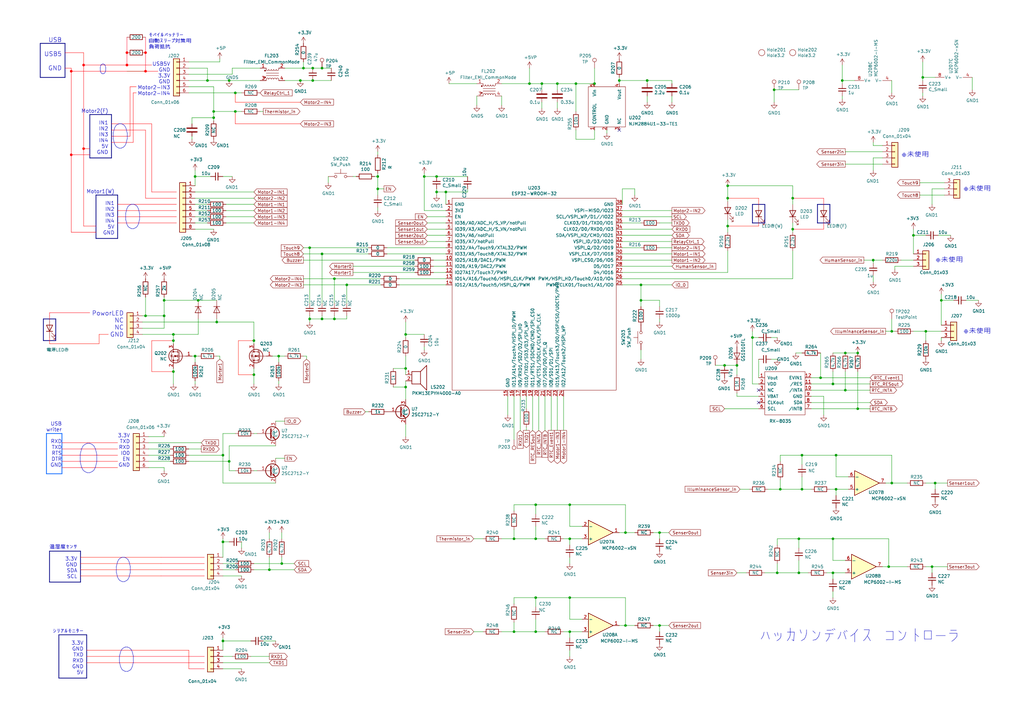
<source format=kicad_sch>
(kicad_sch (version 20211123) (generator eeschema)
  (paper "A3")
  (junction (at 341.63 220.98))
  (junction (at 341.63 157.48))
  (junction (at 317.5 36.83))
  (junction (at 132.08 27.94))
  (junction (at 59.69 29.21) (color 255 0 0 1))
  (junction (at 364.49 232.41))
  (junction (at 341.63 234.95))
  (junction (at 85.09 33.02))
  (junction (at 80.01 72.39))
  (junction (at 297.18 149.86))
  (junction (at 52.07 21.59) (color 255 0 0 1))
  (junction (at 351.79 167.64))
  (junction (at 298.45 76.2))
  (junction (at 327.66 220.98))
  (junction (at 87.63 48.26))
  (junction (at 71.12 139.7))
  (junction (at 67.31 129.54))
  (junction (at 29.21 63.5) (color 255 0 6 1))
  (junction (at 166.37 151.13))
  (junction (at 59.69 21.59) (color 255 0 0 1))
  (junction (at 217.17 34.29))
  (junction (at 91.44 222.25))
  (junction (at 115.57 231.14))
  (junction (at 308.61 138.43))
  (junction (at 219.71 259.08))
  (junction (at 34.29 26.67) (color 255 0 2 1))
  (junction (at 166.37 137.16))
  (junction (at 325.12 93.98))
  (junction (at 336.55 154.94))
  (junction (at 29.21 29.21) (color 255 0 2 1))
  (junction (at 254 33.02))
  (junction (at 386.08 123.19))
  (junction (at 128.27 27.94))
  (junction (at 318.77 234.95))
  (junction (at 256.54 256.54))
  (junction (at 236.22 34.29))
  (junction (at 383.54 198.12))
  (junction (at 110.49 233.68))
  (junction (at 325.12 81.28))
  (junction (at 81.28 123.19))
  (junction (at 365.76 198.12))
  (junction (at 345.44 33.02))
  (junction (at 210.82 259.08))
  (junction (at 358.14 106.68))
  (junction (at 342.9 186.69))
  (junction (at 166.37 158.75))
  (junction (at 365.76 135.89))
  (junction (at 374.65 96.52))
  (junction (at 128.27 33.02))
  (junction (at 173.99 72.39))
  (junction (at 210.82 220.98))
  (junction (at 179.07 72.39))
  (junction (at 179.07 78.74))
  (junction (at 265.43 33.02))
  (junction (at 302.26 149.86))
  (junction (at 154.94 77.47))
  (junction (at 219.71 220.98))
  (junction (at 327.66 234.95))
  (junction (at 142.24 116.84))
  (junction (at 270.51 256.54))
  (junction (at 346.71 160.02))
  (junction (at 262.89 123.19))
  (junction (at 67.31 123.19))
  (junction (at 256.54 218.44))
  (junction (at 243.84 34.29))
  (junction (at 114.3 146.05))
  (junction (at 71.12 152.4))
  (junction (at 233.68 245.11))
  (junction (at 219.71 207.01))
  (junction (at 382.27 232.41))
  (junction (at 262.89 116.84))
  (junction (at 328.93 200.66))
  (junction (at 124.46 27.94))
  (junction (at 154.94 72.39))
  (junction (at 182.88 78.74))
  (junction (at 298.45 81.28))
  (junction (at 320.04 200.66))
  (junction (at 91.44 262.89))
  (junction (at 59.69 129.54))
  (junction (at 233.68 220.98))
  (junction (at 123.19 33.02))
  (junction (at 346.71 144.78))
  (junction (at 298.45 92.71))
  (junction (at 137.16 130.81))
  (junction (at 351.79 144.78))
  (junction (at 233.68 207.01))
  (junction (at 96.52 38.1))
  (junction (at 342.9 200.66))
  (junction (at 104.14 139.7))
  (junction (at 132.08 130.81))
  (junction (at 222.25 34.29))
  (junction (at 132.08 104.14))
  (junction (at 93.98 33.02))
  (junction (at 127 130.81))
  (junction (at 87.63 45.72))
  (junction (at 88.9 132.08))
  (junction (at 80.01 146.05))
  (junction (at 52.07 26.67) (color 255 0 0 1))
  (junction (at 270.51 218.44))
  (junction (at 91.44 186.69))
  (junction (at 71.12 137.16))
  (junction (at 379.73 135.89))
  (junction (at 34.29 60.96) (color 255 8 0 1))
  (junction (at 104.14 153.67))
  (junction (at 228.6 34.29))
  (junction (at 378.46 31.75))
  (junction (at 96.52 45.72))
  (junction (at 137.16 114.3))
  (junction (at 93.98 189.23))
  (junction (at 127 101.6))
  (junction (at 219.71 245.11))
  (junction (at 233.68 259.08))
  (junction (at 328.93 186.69))
  (no_connect (at 311.15 160.02))
  (no_connect (at 311.15 165.1))
  (no_connect (at 254 53.34))
  (wire (pts (xy 231.14 259.08) (xy 233.68 259.08)))
  (wire (pts (xy 364.49 220.98) (xy 364.49 232.41)))
  (wire (pts (xy 54.61 58.42) (xy 54.61 38.1)) (stroke (width 0) (color 255 0 7 1)))
  (wire (pts (xy 71.12 157.48) (xy 71.12 152.4)))
  (wire (pts (xy 226.06 176.53) (xy 226.06 162.56)))
  (wire (pts (xy 91.44 186.69) (xy 91.44 177.8)))
  (wire (pts (xy 222.25 36.83) (xy 222.25 34.29)))
  (wire (pts (xy 217.17 27.94) (xy 217.17 34.29)))
  (wire (pts (xy 236.22 53.34) (xy 236.22 57.15)))
  (wire (pts (xy 182.88 83.82) (xy 182.88 78.74)))
  (wire (pts (xy 374.65 96.52) (xy 374.65 104.14)))
  (wire (pts (xy 233.68 259.08) (xy 238.76 259.08)))
  (wire (pts (xy 54.61 271.78) (xy 83.82 271.78)) (stroke (width 0) (color 255 0 24 1)))
  (wire (pts (xy 262.89 116.84) (xy 275.59 116.84)))
  (wire (pts (xy 142.24 124.46) (xy 142.24 116.84)))
  (wire (pts (xy 154.94 77.47) (xy 157.48 77.47)))
  (wire (pts (xy 123.19 33.02) (xy 116.84 33.02)))
  (wire (pts (xy 80.01 72.39) (xy 80.01 76.2)))
  (bus (pts (xy 335.28 83.82) (xy 335.28 91.44)))
  (wire (pts (xy 298.45 76.2) (xy 325.12 76.2)))
  (wire (pts (xy 358.14 115.57) (xy 358.14 113.03)))
  (wire (pts (xy 25.4 191.77) (xy 33.02 191.77)) (stroke (width 0) (color 255 0 17 1)))
  (wire (pts (xy 135.89 27.94) (xy 132.08 27.94)))
  (wire (pts (xy 132.08 104.14) (xy 124.46 104.14)))
  (wire (pts (xy 60.96 184.15) (xy 69.85 184.15)))
  (wire (pts (xy 91.44 271.78) (xy 110.49 271.78)))
  (wire (pts (xy 33.02 231.14) (xy 66.04 231.14)) (stroke (width 0) (color 255 15 0 1)))
  (wire (pts (xy 93.98 189.23) (xy 93.98 193.04)))
  (wire (pts (xy 256.54 207.01) (xy 256.54 218.44)))
  (wire (pts (xy 275.59 34.29) (xy 275.59 33.02)))
  (bus (pts (xy 308.61 83.82) (xy 308.61 91.44)))
  (wire (pts (xy 325.12 114.3) (xy 325.12 102.87)))
  (wire (pts (xy 191.77 72.39) (xy 179.07 72.39)))
  (wire (pts (xy 34.29 60.96) (xy 34.29 92.71)) (stroke (width 0) (color 255 0 9 1)))
  (wire (pts (xy 144.78 109.22) (xy 170.18 109.22)))
  (wire (pts (xy 153.67 72.39) (xy 154.94 72.39)))
  (wire (pts (xy 59.69 21.59) (xy 59.69 29.21)) (stroke (width 0) (color 255 3 38 1)))
  (wire (pts (xy 132.08 129.54) (xy 132.08 130.81)))
  (wire (pts (xy 20.32 140.97) (xy 40.64 140.97)) (stroke (width 0) (color 255 9 0 1)))
  (wire (pts (xy 345.44 26.67) (xy 345.44 33.02)))
  (wire (pts (xy 175.26 91.44) (xy 182.88 91.44)))
  (wire (pts (xy 66.04 231.14) (xy 83.82 231.14)) (stroke (width 0) (color 255 0 11 1)))
  (wire (pts (xy 219.71 259.08) (xy 223.52 259.08)))
  (wire (pts (xy 378.46 33.02) (xy 378.46 31.75)))
  (wire (pts (xy 191.77 78.74) (xy 182.88 78.74)))
  (wire (pts (xy 361.95 106.68) (xy 358.14 106.68)))
  (wire (pts (xy 161.29 151.13) (xy 166.37 151.13)))
  (wire (pts (xy 345.44 33.02) (xy 350.52 33.02)))
  (wire (pts (xy 137.16 129.54) (xy 137.16 130.81)))
  (wire (pts (xy 311.15 91.44) (xy 311.15 92.71)) (stroke (width 0) (color 255 21 8 1)))
  (wire (pts (xy 166.37 132.08) (xy 166.37 137.16)))
  (wire (pts (xy 298.45 95.25) (xy 298.45 92.71)))
  (wire (pts (xy 354.33 106.68) (xy 358.14 106.68)))
  (wire (pts (xy 256.54 218.44) (xy 260.35 218.44)))
  (wire (pts (xy 210.82 247.65) (xy 210.82 245.11)))
  (wire (pts (xy 387.35 77.47) (xy 382.27 77.47)))
  (wire (pts (xy 365.76 186.69) (xy 365.76 198.12)))
  (wire (pts (xy 142.24 129.54) (xy 142.24 130.81)))
  (wire (pts (xy 184.15 34.29) (xy 195.58 34.29)))
  (wire (pts (xy 104.14 233.68) (xy 110.49 233.68)))
  (wire (pts (xy 81.28 137.16) (xy 71.12 137.16)))
  (wire (pts (xy 358.14 107.95) (xy 358.14 106.68)))
  (wire (pts (xy 378.46 39.37) (xy 378.46 38.1)))
  (wire (pts (xy 387.35 74.93) (xy 377.19 74.93)))
  (wire (pts (xy 96.52 45.72) (xy 99.06 45.72)))
  (wire (pts (xy 104.14 88.9) (xy 92.71 88.9)))
  (wire (pts (xy 351.79 144.78) (xy 346.71 144.78)))
  (wire (pts (xy 77.47 189.23) (xy 93.98 189.23)))
  (wire (pts (xy 177.8 109.22) (xy 182.88 109.22)))
  (wire (pts (xy 342.9 200.66) (xy 347.98 200.66)))
  (wire (pts (xy 97.79 153.67) (xy 104.14 153.67)) (stroke (width 0) (color 255 11 0 1)))
  (wire (pts (xy 318.77 223.52) (xy 318.77 220.98)))
  (wire (pts (xy 275.59 109.22) (xy 255.27 109.22)))
  (wire (pts (xy 62.23 78.74) (xy 72.39 78.74)) (stroke (width 0) (color 255 0 7 1)))
  (wire (pts (xy 379.73 139.7) (xy 379.73 135.89)))
  (wire (pts (xy 328.93 195.58) (xy 328.93 200.66)))
  (wire (pts (xy 115.57 231.14) (xy 120.65 231.14)))
  (wire (pts (xy 341.63 234.95) (xy 346.71 234.95)))
  (wire (pts (xy 346.71 160.02) (xy 356.87 160.02)))
  (bus (pts (xy 16.51 17.78) (xy 26.67 17.78)))
  (bus (pts (xy 17.78 130.81) (xy 17.78 139.7)))
  (wire (pts (xy 166.37 137.16) (xy 166.37 138.43)))
  (wire (pts (xy 308.61 157.48) (xy 311.15 157.48)))
  (wire (pts (xy 127 124.46) (xy 127 101.6)))
  (wire (pts (xy 175.26 88.9) (xy 182.88 88.9)))
  (wire (pts (xy 29.21 27.94) (xy 29.21 29.21)) (stroke (width 0) (color 255 0 9 1)))
  (wire (pts (xy 228.6 36.83) (xy 228.6 34.29)))
  (wire (pts (xy 80.01 146.05) (xy 78.74 146.05)))
  (wire (pts (xy 173.99 137.16) (xy 166.37 137.16)))
  (wire (pts (xy 374.65 106.68) (xy 369.57 106.68)))
  (wire (pts (xy 87.63 93.98) (xy 80.01 93.98)))
  (bus (pts (xy 22.86 130.81) (xy 22.86 139.7)))
  (wire (pts (xy 238.76 215.9) (xy 233.68 215.9)))
  (wire (pts (xy 71.12 137.16) (xy 71.12 139.7)))
  (wire (pts (xy 80.01 148.59) (xy 80.01 146.05)))
  (wire (pts (xy 48.26 91.44) (xy 72.39 91.44)) (stroke (width 0) (color 255 0 7 1)))
  (wire (pts (xy 260.35 77.47) (xy 260.35 80.01)))
  (wire (pts (xy 398.78 36.83) (xy 398.78 31.75)))
  (wire (pts (xy 298.45 76.2) (xy 298.45 81.28)))
  (wire (pts (xy 45.72 53.34) (xy 59.69 53.34)) (stroke (width 0) (color 255 0 7 1)))
  (wire (pts (xy 311.15 83.82) (xy 311.15 81.28)) (stroke (width 0) (color 255 21 8 1)))
  (wire (pts (xy 25.4 181.61) (xy 33.02 181.61)) (stroke (width 0) (color 255 0 17 1)))
  (wire (pts (xy 327.66 234.95) (xy 331.47 234.95)))
  (wire (pts (xy 356.87 165.1) (xy 332.74 165.1)))
  (wire (pts (xy 26.67 27.94) (xy 29.21 27.94)) (stroke (width 0) (color 255 0 9 1)))
  (wire (pts (xy 102.87 269.24) (xy 110.49 269.24)))
  (wire (pts (xy 33.02 228.6) (xy 66.04 228.6)) (stroke (width 0) (color 255 15 0 1)))
  (wire (pts (xy 179.07 77.47) (xy 179.07 78.74)))
  (wire (pts (xy 154.94 72.39) (xy 154.94 77.47)))
  (wire (pts (xy 361.95 59.69) (xy 358.14 59.69)))
  (wire (pts (xy 382.27 232.41) (xy 388.62 232.41)))
  (wire (pts (xy 60.96 179.07) (xy 67.31 179.07)))
  (bus (pts (xy 45.72 46.99) (xy 45.72 64.77)))
  (wire (pts (xy 248.92 53.34) (xy 248.92 54.61)))
  (wire (pts (xy 45.72 50.8) (xy 62.23 50.8)) (stroke (width 0) (color 255 0 7 1)))
  (wire (pts (xy 255.27 116.84) (xy 262.89 116.84)))
  (wire (pts (xy 346.71 62.23) (xy 361.95 62.23)))
  (wire (pts (xy 67.31 134.62) (xy 67.31 129.54)))
  (wire (pts (xy 233.68 254) (xy 233.68 245.11)))
  (wire (pts (xy 320.04 200.66) (xy 328.93 200.66)))
  (wire (pts (xy 151.13 101.6) (xy 127 101.6)))
  (wire (pts (xy 228.6 34.29) (xy 236.22 34.29)))
  (bus (pts (xy 45.72 64.77) (xy 36.83 64.77)))
  (wire (pts (xy 166.37 179.07) (xy 166.37 173.99)))
  (wire (pts (xy 317.5 41.91) (xy 317.5 36.83)))
  (wire (pts (xy 173.99 86.36) (xy 182.88 86.36)))
  (wire (pts (xy 175.26 99.06) (xy 182.88 99.06)))
  (wire (pts (xy 379.73 96.52) (xy 374.65 96.52)))
  (wire (pts (xy 311.15 92.71) (xy 298.45 92.71)) (stroke (width 0) (color 255 21 8 1)))
  (wire (pts (xy 256.54 245.11) (xy 256.54 256.54)))
  (wire (pts (xy 25.4 189.23) (xy 33.02 189.23)) (stroke (width 0) (color 255 0 17 1)))
  (wire (pts (xy 80.01 81.28) (xy 104.14 81.28)))
  (wire (pts (xy 270.51 125.73) (xy 270.51 123.19)))
  (wire (pts (xy 233.68 269.24) (xy 233.68 266.7)))
  (wire (pts (xy 198.12 220.98) (xy 194.31 220.98)))
  (wire (pts (xy 99.06 222.25) (xy 99.06 224.79)))
  (wire (pts (xy 233.68 223.52) (xy 233.68 220.98)))
  (wire (pts (xy 173.99 71.12) (xy 173.99 72.39)))
  (wire (pts (xy 110.49 228.6) (xy 110.49 233.68)))
  (wire (pts (xy 255.27 114.3) (xy 325.12 114.3)))
  (wire (pts (xy 104.14 132.08) (xy 104.14 139.7)))
  (bus (pts (xy 20.32 226.06) (xy 33.02 226.06)))
  (wire (pts (xy 35.56 271.78) (xy 54.61 271.78)) (stroke (width 0) (color 255 6 2 1)))
  (wire (pts (xy 297.18 149.86) (xy 302.26 149.86)))
  (wire (pts (xy 33.02 191.77) (xy 48.26 191.77)) (stroke (width 0) (color 255 0 6 1)))
  (wire (pts (xy 182.88 101.6) (xy 158.75 101.6)))
  (wire (pts (xy 29.21 95.25) (xy 29.21 63.5)) (stroke (width 0) (color 255 0 9 1)))
  (wire (pts (xy 113.03 182.88) (xy 93.98 182.88)))
  (wire (pts (xy 77.47 186.69) (xy 91.44 186.69)))
  (wire (pts (xy 77.47 30.48) (xy 95.25 30.48)))
  (wire (pts (xy 254 34.29) (xy 254 33.02)))
  (wire (pts (xy 367.03 109.22) (xy 367.03 110.49)))
  (wire (pts (xy 87.63 45.72) (xy 96.52 45.72)))
  (wire (pts (xy 25.4 186.69) (xy 33.02 186.69)) (stroke (width 0) (color 255 0 17 1)))
  (wire (pts (xy 236.22 45.72) (xy 236.22 34.29)))
  (wire (pts (xy 175.26 93.98) (xy 182.88 93.98)))
  (wire (pts (xy 34.29 92.71) (xy 39.37 92.71)) (stroke (width 0) (color 255 0 9 1)))
  (wire (pts (xy 45.72 55.88) (xy 53.34 55.88)) (stroke (width 0) (color 255 0 7 1)))
  (wire (pts (xy 275.59 104.14) (xy 255.27 104.14)))
  (wire (pts (xy 270.51 220.98) (xy 270.51 218.44)))
  (wire (pts (xy 219.71 245.11) (xy 233.68 245.11)))
  (wire (pts (xy 33.02 184.15) (xy 48.26 184.15)) (stroke (width 0) (color 255 0 6 1)))
  (wire (pts (xy 213.36 176.53) (xy 213.36 162.56)))
  (bus (pts (xy 35.56 278.13) (xy 24.13 278.13)))
  (wire (pts (xy 219.71 220.98) (xy 223.52 220.98)))
  (wire (pts (xy 254 33.02) (xy 265.43 33.02)))
  (wire (pts (xy 163.83 114.3) (xy 182.88 114.3)))
  (wire (pts (xy 228.6 176.53) (xy 228.6 162.56)))
  (wire (pts (xy 341.63 237.49) (xy 341.63 234.95)))
  (wire (pts (xy 20.32 129.54) (xy 20.32 128.27)) (stroke (width 0) (color 255 0 17 1)))
  (bus (pts (xy 25.4 194.31) (xy 25.4 177.8)) (stroke (width 0) (color 2 98 255 1)))
  (wire (pts (xy 173.99 143.51) (xy 173.99 142.24)))
  (wire (pts (xy 90.17 24.13) (xy 90.17 25.4)))
  (wire (pts (xy 154.94 62.23) (xy 154.94 63.5)))
  (wire (pts (xy 77.47 274.32) (xy 83.82 274.32)) (stroke (width 0) (color 255 0 24 1)))
  (wire (pts (xy 97.79 139.7) (xy 97.79 153.67)) (stroke (width 0) (color 255 15 0 1)))
  (wire (pts (xy 337.82 91.44) (xy 337.82 93.98)) (stroke (width 0) (color 255 14 27 1)))
  (wire (pts (xy 62.23 50.8) (xy 62.23 78.74)) (stroke (width 0) (color 255 0 7 1)))
  (bus (pts (xy 308.61 91.44) (xy 313.69 91.44)))
  (wire (pts (xy 80.01 91.44) (xy 85.09 91.44)))
  (wire (pts (xy 132.08 104.14) (xy 151.13 104.14)))
  (wire (pts (xy 345.44 34.29) (xy 345.44 33.02)))
  (wire (pts (xy 327.66 220.98) (xy 341.63 220.98)))
  (wire (pts (xy 78.74 48.26) (xy 87.63 48.26)))
  (wire (pts (xy 233.68 245.11) (xy 256.54 245.11)))
  (wire (pts (xy 383.54 198.12) (xy 388.62 198.12)))
  (wire (pts (xy 81.28 130.81) (xy 81.28 137.16)))
  (bus (pts (xy 36.83 46.99) (xy 36.83 64.77)))
  (wire (pts (xy 99.06 236.22) (xy 91.44 236.22)))
  (wire (pts (xy 137.16 114.3) (xy 156.21 114.3)))
  (wire (pts (xy 93.98 33.02) (xy 106.68 33.02)))
  (wire (pts (xy 124.46 27.94) (xy 116.84 27.94)))
  (wire (pts (xy 275.59 96.52) (xy 255.27 96.52)))
  (wire (pts (xy 58.42 132.08) (xy 88.9 132.08)))
  (wire (pts (xy 86.36 72.39) (xy 80.01 72.39)))
  (wire (pts (xy 386.08 123.19) (xy 386.08 133.35)))
  (wire (pts (xy 177.8 111.76) (xy 182.88 111.76)))
  (wire (pts (xy 142.24 116.84) (xy 156.21 116.84)))
  (wire (pts (xy 328.93 200.66) (xy 332.74 200.66)))
  (wire (pts (xy 320.04 189.23) (xy 320.04 186.69)))
  (wire (pts (xy 326.39 144.78) (xy 328.93 144.78)))
  (wire (pts (xy 144.78 111.76) (xy 170.18 111.76)))
  (wire (pts (xy 124.46 25.4) (xy 124.46 27.94)))
  (wire (pts (xy 327.66 229.87) (xy 327.66 234.95)))
  (wire (pts (xy 158.75 104.14) (xy 182.88 104.14)))
  (wire (pts (xy 81.28 123.19) (xy 67.31 123.19)))
  (wire (pts (xy 91.44 177.8) (xy 96.52 177.8)))
  (wire (pts (xy 80.01 69.85) (xy 80.01 72.39)))
  (wire (pts (xy 275.59 101.6) (xy 270.51 101.6)))
  (wire (pts (xy 104.14 153.67) (xy 104.14 151.13)))
  (wire (pts (xy 182.88 78.74) (xy 179.07 78.74)))
  (wire (pts (xy 91.44 198.12) (xy 91.44 186.69)))
  (wire (pts (xy 255.27 91.44) (xy 262.89 91.44)))
  (wire (pts (xy 142.24 130.81) (xy 137.16 130.81)))
  (bus (pts (xy 39.37 80.01) (xy 39.37 97.79)))
  (wire (pts (xy 59.69 53.34) (xy 59.69 81.28)) (stroke (width 0) (color 255 0 7 1)))
  (wire (pts (xy 318.77 234.95) (xy 327.66 234.95)))
  (wire (pts (xy 219.71 248.92) (xy 219.71 245.11)))
  (wire (pts (xy 96.52 50.8) (xy 96.52 45.72)) (stroke (width 0) (color 255 4 0 1)))
  (wire (pts (xy 77.47 27.94) (xy 85.09 27.94)))
  (wire (pts (xy 33.02 189.23) (xy 48.26 189.23)) (stroke (width 0) (color 255 0 6 1)))
  (wire (pts (xy 332.74 167.64) (xy 351.79 167.64)))
  (wire (pts (xy 270.51 259.08) (xy 270.51 256.54)))
  (wire (pts (xy 255.27 99.06) (xy 275.59 99.06)))
  (wire (pts (xy 87.63 35.56) (xy 87.63 45.72)))
  (wire (pts (xy 132.08 130.81) (xy 137.16 130.81)))
  (wire (pts (xy 351.79 167.64) (xy 356.87 167.64)))
  (wire (pts (xy 379.73 232.41) (xy 382.27 232.41)))
  (wire (pts (xy 345.44 40.64) (xy 345.44 39.37)))
  (wire (pts (xy 318.77 147.32) (xy 316.23 147.32)))
  (wire (pts (xy 318.77 231.14) (xy 318.77 234.95)))
  (wire (pts (xy 123.19 50.8) (xy 96.52 50.8)) (stroke (width 0) (color 255 4 0 1)))
  (wire (pts (xy 325.12 83.82) (xy 325.12 81.28)))
  (bus (pts (xy 48.26 97.79) (xy 39.37 97.79)))
  (wire (pts (xy 134.62 72.39) (xy 134.62 74.93)))
  (wire (pts (xy 110.49 233.68) (xy 120.65 233.68)))
  (wire (pts (xy 60.96 189.23) (xy 69.85 189.23)))
  (wire (pts (xy 115.57 220.98) (xy 115.57 218.44)))
  (wire (pts (xy 233.68 215.9) (xy 233.68 207.01)))
  (wire (pts (xy 105.41 193.04) (xy 104.14 193.04)))
  (wire (pts (xy 205.74 259.08) (xy 210.82 259.08)))
  (wire (pts (xy 85.09 27.94) (xy 85.09 33.02)))
  (bus (pts (xy 36.83 46.99) (xy 45.72 46.99)))
  (wire (pts (xy 318.77 138.43) (xy 316.23 138.43)))
  (wire (pts (xy 114.3 146.05) (xy 111.76 146.05)))
  (wire (pts (xy 58.42 134.62) (xy 67.31 134.62)))
  (wire (pts (xy 80.01 157.48) (xy 80.01 156.21)))
  (wire (pts (xy 59.69 129.54) (xy 67.31 129.54)))
  (wire (pts (xy 93.98 182.88) (xy 93.98 189.23)))
  (wire (pts (xy 48.26 86.36) (xy 72.39 86.36)) (stroke (width 0) (color 255 0 7 1)))
  (wire (pts (xy 256.54 256.54) (xy 260.35 256.54)))
  (wire (pts (xy 33.02 233.68) (xy 66.04 233.68)) (stroke (width 0) (color 255 15 0 1)))
  (wire (pts (xy 346.71 152.4) (xy 346.71 160.02)))
  (wire (pts (xy 116.84 187.96) (xy 113.03 187.96)))
  (wire (pts (xy 34.29 21.59) (xy 34.29 26.67)) (stroke (width 0) (color 255 8 2 1)))
  (wire (pts (xy 78.74 57.15) (xy 78.74 55.88)))
  (wire (pts (xy 71.12 152.4) (xy 71.12 151.13)))
  (wire (pts (xy 275.59 41.91) (xy 275.59 39.37)))
  (wire (pts (xy 306.07 234.95) (xy 302.26 234.95)))
  (wire (pts (xy 77.47 25.4) (xy 90.17 25.4)))
  (wire (pts (xy 358.14 64.77) (xy 358.14 69.85)))
  (wire (pts (xy 351.79 152.4) (xy 351.79 167.64)))
  (wire (pts (xy 391.16 123.19) (xy 386.08 123.19)))
  (wire (pts (xy 222.25 34.29) (xy 217.17 34.29)))
  (wire (pts (xy 115.57 228.6) (xy 115.57 231.14)))
  (wire (pts (xy 365.76 38.1) (xy 365.76 33.02)))
  (wire (pts (xy 341.63 157.48) (xy 356.87 157.48)))
  (wire (pts (xy 255.27 77.47) (xy 260.35 77.47)))
  (wire (pts (xy 66.04 233.68) (xy 83.82 233.68)) (stroke (width 0) (color 255 0 11 1)))
  (wire (pts (xy 125.73 147.32) (xy 125.73 146.05)))
  (wire (pts (xy 91.44 231.14) (xy 96.52 231.14)))
  (wire (pts (xy 29.21 29.21) (xy 29.21 63.5)) (stroke (width 0) (color 255 0 9 1)))
  (bus (pts (xy 335.28 83.82) (xy 340.36 83.82)))
  (wire (pts (xy 104.14 139.7) (xy 104.14 140.97)))
  (wire (pts (xy 361.95 67.31) (xy 346.71 67.31)))
  (wire (pts (xy 87.63 48.26) (xy 87.63 49.53)))
  (wire (pts (xy 210.82 259.08) (xy 219.71 259.08)))
  (wire (pts (xy 53.34 35.56) (xy 55.88 35.56)) (stroke (width 0) (color 255 2 0 1)))
  (wire (pts (xy 77.47 184.15) (xy 82.55 184.15)))
  (wire (pts (xy 66.04 228.6) (xy 83.82 228.6)) (stroke (width 0) (color 255 0 11 1)))
  (wire (pts (xy 270.51 218.44) (xy 274.32 218.44)))
  (wire (pts (xy 267.97 218.44) (xy 270.51 218.44)))
  (wire (pts (xy 308.61 138.43) (xy 308.61 157.48)))
  (bus (pts (xy 24.13 260.35) (xy 35.56 260.35)))
  (wire (pts (xy 33.02 181.61) (xy 48.26 181.61)) (stroke (width 0) (color 255 0 6 1)))
  (wire (pts (xy 314.96 200.66) (xy 320.04 200.66)))
  (wire (pts (xy 298.45 111.76) (xy 255.27 111.76)))
  (wire (pts (xy 311.15 167.64) (xy 297.18 167.64)))
  (wire (pts (xy 59.69 121.92) (xy 59.69 129.54)))
  (wire (pts (xy 95.25 72.39) (xy 91.44 72.39)))
  (wire (pts (xy 325.12 95.25) (xy 325.12 93.98)))
  (wire (pts (xy 114.3 157.48) (xy 114.3 156.21)))
  (wire (pts (xy 59.69 15.24) (xy 59.69 21.59)) (stroke (width 0) (color 255 3 38 1)))
  (wire (pts (xy 342.9 203.2) (xy 342.9 200.66)))
  (wire (pts (xy 137.16 124.46) (xy 137.16 114.3)))
  (wire (pts (xy 105.41 177.8) (xy 104.14 177.8)))
  (wire (pts (xy 91.44 222.25) (xy 93.98 222.25)))
  (wire (pts (xy 256.54 256.54) (xy 254 256.54)))
  (wire (pts (xy 154.94 71.12) (xy 154.94 72.39)))
  (wire (pts (xy 341.63 229.87) (xy 341.63 220.98)))
  (wire (pts (xy 29.21 29.21) (xy 59.69 29.21)) (stroke (width 0) (color 255 0 13 1)))
  (wire (pts (xy 34.29 26.67) (xy 34.29 60.96)) (stroke (width 0) (color 255 0 11 1)))
  (wire (pts (xy 219.71 254) (xy 219.71 259.08)))
  (wire (pts (xy 208.28 170.18) (xy 208.28 162.56)))
  (wire (pts (xy 298.45 92.71) (xy 298.45 90.17)))
  (wire (pts (xy 210.82 255.27) (xy 210.82 259.08)))
  (wire (pts (xy 231.14 162.56) (xy 231.14 176.53)))
  (wire (pts (xy 62.23 152.4) (xy 71.12 152.4)) (stroke (width 0) (color 255 10 8 1)))
  (wire (pts (xy 341.63 245.11) (xy 341.63 242.57)))
  (wire (pts (xy 59.69 81.28) (xy 72.39 81.28)) (stroke (width 0) (color 255 0 7 1)))
  (wire (pts (xy 219.71 215.9) (xy 219.71 220.98)))
  (bus (pts (xy 39.37 80.01) (xy 48.26 80.01)))
  (wire (pts (xy 90.17 146.05) (xy 88.9 146.05)))
  (wire (pts (xy 35.56 266.7) (xy 77.47 266.7)) (stroke (width 0) (color 255 6 2 1)))
  (wire (pts (xy 374.65 135.89) (xy 379.73 135.89)))
  (wire (pts (xy 365.76 198.12) (xy 372.11 198.12)))
  (wire (pts (xy 59.69 29.21) (xy 52.07 29.21)))
  (wire (pts (xy 382.27 234.95) (xy 382.27 232.41)))
  (wire (pts (xy 99.06 274.32) (xy 91.44 274.32)))
  (wire (pts (xy 45.72 58.42) (xy 54.61 58.42)) (stroke (width 0) (color 255 0 7 1)))
  (wire (pts (xy 125.73 146.05) (xy 124.46 146.05)))
  (bus (pts (xy 19.05 177.8) (xy 25.4 177.8)) (stroke (width 0) (color 2 98 255 1)))
  (wire (pts (xy 361.95 64.77) (xy 358.14 64.77)))
  (wire (pts (xy 127 129.54) (xy 127 130.81)))
  (wire (pts (xy 40.64 137.16) (xy 44.45 137.16)) (stroke (width 0) (color 255 9 0 1)))
  (wire (pts (xy 222.25 44.45) (xy 222.25 41.91)))
  (wire (pts (xy 166.37 156.21) (xy 166.37 158.75)))
  (wire (pts (xy 71.12 139.7) (xy 62.23 139.7)) (stroke (width 0) (color 255 10 8 1)))
  (wire (pts (xy 298.45 81.28) (xy 311.15 81.28)) (stroke (width 0) (color 255 21 8 1)))
  (wire (pts (xy 337.82 83.82) (xy 337.82 81.28)) (stroke (width 0) (color 255 14 27 1)))
  (wire (pts (xy 124.46 106.68) (xy 170.18 106.68)))
  (wire (pts (xy 233.68 231.14) (xy 233.68 228.6)))
  (wire (pts (xy 337.82 162.56) (xy 337.82 170.18)))
  (wire (pts (xy 265.43 41.91) (xy 265.43 39.37)))
  (wire (pts (xy 33.02 236.22) (xy 66.04 236.22)) (stroke (width 0) (color 255 15 0 1)))
  (wire (pts (xy 127 101.6) (xy 124.46 101.6)))
  (wire (pts (xy 379.73 198.12) (xy 383.54 198.12)))
  (wire (pts (xy 217.17 34.29) (xy 205.74 34.29)))
  (wire (pts (xy 332.74 160.02) (xy 346.71 160.02)))
  (wire (pts (xy 59.69 129.54) (xy 58.42 129.54)))
  (wire (pts (xy 110.49 218.44) (xy 110.49 220.98)))
  (wire (pts (xy 81.28 146.05) (xy 80.01 146.05)))
  (wire (pts (xy 342.9 186.69) (xy 365.76 186.69)))
  (wire (pts (xy 104.14 78.74) (xy 80.01 78.74)))
  (wire (pts (xy 179.07 72.39) (xy 173.99 72.39)))
  (wire (pts (xy 26.67 21.59) (xy 34.29 21.59)) (stroke (width 0) (color 255 0 9 1)))
  (wire (pts (xy 298.45 81.28) (xy 298.45 82.55)))
  (wire (pts (xy 91.44 262.89) (xy 91.44 266.7)))
  (wire (pts (xy 233.68 261.62) (xy 233.68 259.08)))
  (wire (pts (xy 113.03 198.12) (xy 91.44 198.12)))
  (wire (pts (xy 383.54 200.66) (xy 383.54 198.12)))
  (wire (pts (xy 358.14 59.69) (xy 358.14 58.42)))
  (wire (pts (xy 219.71 210.82) (xy 219.71 207.01)))
  (wire (pts (xy 337.82 93.98) (xy 325.12 93.98)) (stroke (width 0) (color 255 14 27 1)))
  (bus (pts (xy 26.67 31.75) (xy 16.51 31.75)))
  (wire (pts (xy 243.84 27.94) (xy 243.84 34.29)))
  (wire (pts (xy 194.31 259.08) (xy 198.12 259.08)))
  (wire (pts (xy 378.46 25.4) (xy 378.46 31.75)))
  (wire (pts (xy 302.26 149.86) (xy 302.26 153.67)))
  (bus (pts (xy 313.69 91.44) (xy 313.69 83.82)))
  (wire (pts (xy 210.82 245.11) (xy 219.71 245.11)))
  (wire (pts (xy 255.27 83.82) (xy 255.27 77.47)))
  (wire (pts (xy 210.82 217.17) (xy 210.82 220.98)))
  (wire (pts (xy 40.64 140.97) (xy 40.64 137.16)) (stroke (width 0) (color 255 9 0 1)))
  (wire (pts (xy 88.9 130.81) (xy 88.9 132.08)))
  (wire (pts (xy 215.9 175.26) (xy 215.9 176.53)))
  (wire (pts (xy 401.32 123.19) (xy 396.24 123.19)))
  (wire (pts (xy 91.44 261.62) (xy 91.44 262.89)))
  (wire (pts (xy 337.82 162.56) (xy 332.74 162.56)))
  (wire (pts (xy 53.34 55.88) (xy 53.34 35.56)) (stroke (width 0) (color 255 0 7 1)))
  (wire (pts (xy 365.76 130.81) (xy 365.76 135.89)))
  (wire (pts (xy 320.04 196.85) (xy 320.04 200.66)))
  (wire (pts (xy 154.94 77.47) (xy 154.94 80.01)))
  (wire (pts (xy 77.47 38.1) (xy 96.52 38.1)))
  (wire (pts (xy 336.55 154.94) (xy 356.87 154.94)))
  (wire (pts (xy 311.15 147.32) (xy 311.15 154.94)))
  (wire (pts (xy 67.31 191.77) (xy 67.31 193.04)))
  (bus (pts (xy 340.36 91.44) (xy 335.28 91.44)))
  (bus (pts (xy 19.05 177.8) (xy 19.05 194.31)) (stroke (width 0) (color 2 98 255 1)))
  (wire (pts (xy 104.14 86.36) (xy 92.71 86.36)))
  (wire (pts (xy 29.21 63.5) (xy 36.83 63.5)) (stroke (width 0) (color 255 0 9 1)))
  (wire (pts (xy 233.68 220.98) (xy 238.76 220.98)))
  (wire (pts (xy 386.08 120.65) (xy 386.08 123.19)))
  (wire (pts (xy 210.82 207.01) (xy 219.71 207.01)))
  (wire (pts (xy 34.29 26.67) (xy 52.07 26.67)) (stroke (width 0) (color 255 0 11 1)))
  (wire (pts (xy 256.54 218.44) (xy 254 218.44)))
  (wire (pts (xy 365.76 135.89) (xy 367.03 135.89)))
  (wire (pts (xy 34.29 60.96) (xy 36.83 60.96)) (stroke (width 0) (color 255 0 9 1)))
  (bus (pts (xy 22.86 139.7) (xy 17.78 139.7)))
  (wire (pts (xy 378.46 31.75) (xy 383.54 31.75)))
  (wire (pts (xy 91.44 262.89) (xy 102.87 262.89)))
  (wire (pts (xy 113.03 172.72) (xy 116.84 172.72)))
  (wire (pts (xy 20.32 138.43) (xy 20.32 140.97)) (stroke (width 0) (color 255 9 0 1)))
  (wire (pts (xy 347.98 195.58) (xy 342.9 195.58)))
  (wire (pts (xy 166.37 153.67) (xy 166.37 151.13)))
  (wire (pts (xy 386.08 138.43) (xy 386.08 139.7)))
  (wire (pts (xy 262.89 123.19) (xy 262.89 125.73)))
  (wire (pts (xy 327.66 224.79) (xy 327.66 220.98)))
  (wire (pts (xy 77.47 33.02) (xy 85.09 33.02)))
  (wire (pts (xy 270.51 132.08) (xy 270.51 130.81)))
  (wire (pts (xy 346.71 144.78) (xy 341.63 144.78)))
  (wire (pts (xy 302.26 161.29) (xy 302.26 162.56)))
  (wire (pts (xy 88.9 123.19) (xy 81.28 123.19)))
  (wire (pts (xy 80.01 88.9) (xy 85.09 88.9)))
  (wire (pts (xy 54.61 38.1) (xy 55.88 38.1)) (stroke (width 0) (color 255 2 0 1)))
  (wire (pts (xy 33.02 186.69) (xy 48.26 186.69)) (stroke (width 0) (color 255 0 6 1)))
  (wire (pts (xy 104.14 139.7) (xy 97.79 139.7)) (stroke (width 0) (color 255 16 10 1)))
  (wire (pts (xy 60.96 186.69) (xy 69.85 186.69)))
  (wire (pts (xy 96.52 38.1) (xy 99.06 38.1)))
  (wire (pts (xy 262.89 116.84) (xy 262.89 123.19)))
  (wire (pts (xy 48.26 88.9) (xy 72.39 88.9)) (stroke (width 0) (color 255 0 7 1)))
  (wire (pts (xy 311.15 138.43) (xy 308.61 138.43)))
  (wire (pts (xy 154.94 86.36) (xy 154.94 85.09)))
  (wire (pts (xy 365.76 198.12) (xy 363.22 198.12)))
  (wire (pts (xy 320.04 186.69) (xy 328.93 186.69)))
  (wire (pts (xy 346.71 229.87) (xy 341.63 229.87)))
  (wire (pts (xy 80.01 86.36) (xy 85.09 86.36)))
  (wire (pts (xy 275.59 106.68) (xy 255.27 106.68)))
  (bus (pts (xy 17.78 130.81) (xy 22.86 130.81)))
  (wire (pts (xy 58.42 137.16) (xy 71.12 137.16)))
  (bus (pts (xy 33.02 226.06) (xy 33.02 238.76)))
  (wire (pts (xy 71.12 139.7) (xy 71.12 140.97)))
  (wire (pts (xy 20.32 128.27) (xy 36.83 128.27)) (stroke (width 0) (color 255 0 17 1)))
  (wire (pts (xy 223.52 176.53) (xy 223.52 162.56)))
  (wire (pts (xy 267.97 256.54) (xy 270.51 256.54)))
  (wire (pts (xy 77.47 35.56) (xy 87.63 35.56)))
  (wire (pts (xy 54.61 269.24) (xy 83.82 269.24)) (stroke (width 0) (color 255 0 24 1)))
  (wire (pts (xy 67.31 123.19) (xy 67.31 129.54)))
  (wire (pts (xy 48.26 83.82) (xy 72.39 83.82)) (stroke (width 0) (color 255 0 7 1)))
  (wire (pts (xy 93.98 193.04) (xy 96.52 193.04)))
  (wire (pts (xy 62.23 139.7) (xy 62.23 152.4)) (stroke (width 0) (color 255 10 8 1)))
  (bus (pts (xy 20.32 226.06) (xy 20.32 238.76)))
  (wire (pts (xy 96.52 41.91) (xy 96.52 38.1)) (stroke (width 0) (color 255 11 0 1)))
  (wire (pts (xy 238.76 254) (xy 233.68 254)))
  (wire (pts (xy 127 130.81) (xy 132.08 130.81)))
  (wire (pts (xy 377.19 80.01) (xy 387.35 80.01)))
  (wire (pts (xy 77.47 266.7) (xy 77.47 274.32)) (stroke (width 0) (color 255 6 2 1)))
  (wire (pts (xy 325.12 81.28) (xy 325.12 76.2)))
  (wire (pts (xy 219.71 207.01) (xy 233.68 207.01)))
  (wire (pts (xy 173.99 72.39) (xy 173.99 86.36)))
  (wire (pts (xy 191.77 77.47) (xy 191.77 78.74)))
  (bus (pts (xy 26.67 17.78) (xy 26.67 31.75)))
  (wire (pts (xy 222.25 34.29) (xy 228.6 34.29)))
  (wire (pts (xy 364.49 232.41) (xy 361.95 232.41)))
  (wire (pts (xy 215.9 162.56) (xy 215.9 167.64)))
  (wire (pts (xy 325.12 81.28) (xy 337.82 81.28)) (stroke (width 0) (color 255 14 27 1)))
  (wire (pts (xy 123.19 41.91) (xy 96.52 41.91)) (stroke (width 0) (color 255 11 0 1)))
  (wire (pts (xy 116.84 146.05) (xy 114.3 146.05)))
  (wire (pts (xy 104.14 157.48) (xy 104.14 153.67)))
  (wire (pts (xy 35.56 269.24) (xy 54.61 269.24)) (stroke (width 0) (color 255 6 2 1)))
  (bus (pts (xy 24.13 278.13) (xy 24.13 260.35)))
  (wire (pts (xy 303.53 200.66) (xy 307.34 200.66)))
  (wire (pts (xy 166.37 151.13) (xy 166.37 146.05)))
  (wire (pts (xy 363.22 135.89) (xy 365.76 135.89)))
  (wire (pts (xy 127 130.81) (xy 127 132.08)))
  (wire (pts (xy 66.04 236.22) (xy 83.82 236.22)) (stroke (width 0) (color 255 0 11 1)))
  (wire (pts (xy 128.27 27.94) (xy 124.46 27.94)))
  (wire (pts (xy 175.26 96.52) (xy 182.88 96.52)))
  (wire (pts (xy 52.07 26.67) (xy 62.23 26.67)) (stroke (width 0) (color 255 0 11 1)))
  (wire (pts (xy 236.22 57.15) (xy 243.84 57.15)))
  (wire (pts (xy 265.43 34.29) (xy 265.43 33.02)))
  (wire (pts (xy 364.49 232.41) (xy 372.11 232.41)))
  (bus (pts (xy 340.36 83.82) (xy 340.36 91.44)))
  (wire (pts (xy 233.68 207.01) (xy 256.54 207.01)))
  (wire (pts (xy 88.9 132.08) (xy 104.14 132.08)))
  (wire (pts (xy 327.66 36.83) (xy 317.5 36.83)))
  (wire (pts (xy 293.37 149.86) (xy 297.18 149.86)))
  (wire (pts (xy 228.6 41.91) (xy 228.6 44.45)))
  (wire (pts (xy 107.95 262.89) (xy 113.03 262.89)))
  (wire (pts (xy 340.36 200.66) (xy 342.9 200.66)))
  (wire (pts (xy 255.27 93.98) (xy 275.59 93.98)))
  (wire (pts (xy 389.89 96.52) (xy 384.81 96.52)))
  (wire (pts (xy 67.31 121.92) (xy 67.31 123.19)))
  (wire (pts (xy 265.43 33.02) (xy 275.59 33.02)))
  (wire (pts (xy 132.08 27.94) (xy 128.27 27.94)))
  (wire (pts (xy 114.3 148.59) (xy 114.3 146.05)))
  (wire (pts (xy 39.37 95.25) (xy 29.21 95.25)) (stroke (width 0) (color 255 0 9 1)))
  (wire (pts (xy 341.63 157.48) (xy 332.74 157.48)))
  (wire (pts (xy 163.83 116.84) (xy 182.88 116.84)))
  (bus (pts (xy 33.02 238.76) (xy 20.32 238.76)))
  (wire (pts (xy 52.07 15.24) (xy 52.07 21.59)) (stroke (width 0) (color 255 3 38 1)))
  (wire (pts (xy 179.07 80.01) (xy 179.07 78.74)))
  (wire (pts (xy 210.82 180.34) (xy 210.82 162.56)))
  (wire (pts (xy 128.27 33.02) (xy 135.89 33.02)))
  (bus (pts (xy 48.26 80.01) (xy 48.26 97.79)))
  (wire (pts (xy 220.98 162.56) (xy 220.98 176.53)))
  (wire (pts (xy 95.25 27.94) (xy 106.68 27.94)))
  (wire (pts (xy 262.89 101.6) (xy 255.27 101.6)))
  (wire (pts (xy 270.51 256.54) (xy 274.32 256.54)))
  (wire (pts (xy 374.65 93.98) (xy 374.65 96.52)))
  (wire (pts (xy 177.8 106.68) (xy 182.88 106.68)))
  (wire (pts (xy 104.14 231.14) (xy 115.57 231.14)))
  (wire (pts (xy 298.45 102.87) (xy 298.45 111.76)))
  (wire (pts (xy 254 33.02) (xy 254 31.75)))
  (wire (pts (xy 52.07 21.59) (xy 52.07 26.67)) (stroke (width 0) (color 255 3 38 1)))
  (wire (pts (xy 91.44 233.68) (xy 96.52 233.68)))
  (wire (pts (xy 205.74 43.18) (xy 205.74 39.37)))
  (wire (pts (xy 328.93 186.69) (xy 342.9 186.69)))
  (wire (pts (xy 60.96 181.61) (xy 82.55 181.61)))
  (wire (pts (xy 132.08 124.46) (xy 132.08 104.14)))
  (wire (pts (xy 313.69 234.95) (xy 318.77 234.95)))
  (wire (pts (xy 91.44 220.98) (xy 91.44 222.25)))
  (wire (pts (xy 59.69 29.21) (xy 64.77 29.21)) (stroke (width 0) (color 255 0 13 1)))
  (wire (pts (xy 123.19 33.02) (xy 128.27 33.02)))
  (wire (pts (xy 270.51 123.19) (xy 262.89 123.19)))
  (wire (pts (xy 20.32 129.54) (xy 20.32 130.81)) (stroke (width 0) (color 255 10 17 1)))
  (wire (pts (xy 149.86 168.91) (xy 151.13 168.91)))
  (wire (pts (xy 78.74 50.8) (xy 78.74 48.26)))
  (wire (pts (xy 336.55 144.78) (xy 336.55 154.94)))
  (wire (pts (xy 308.61 135.89) (xy 308.61 138.43)))
  (wire (pts (xy 341.63 152.4) (xy 341.63 157.48)))
  (wire (pts (xy 262.89 147.32) (xy 262.89 143.51)))
  (wire (pts (xy 161.29 158.75) (xy 166.37 158.75)))
  (wire (pts (xy 255.27 88.9) (xy 275.59 88.9)))
  (wire (pts (xy 374.65 109.22) (xy 367.03 109.22)))
  (bus (pts (xy 308.61 83.82) (xy 313.69 83.82)))
  (wire (pts (xy 341.63 220.98) (xy 364.49 220.98)))
  (wire (pts (xy 106.68 45.72) (xy 107.95 45.72)))
  (wire (pts (xy 124.46 114.3) (xy 137.16 114.3)))
  (wire (pts (xy 339.09 234.95) (xy 341.63 234.95)))
  (wire (pts (xy 91.44 269.24) (xy 95.25 269.24)))
  (wire (pts (xy 382.27 77.47) (xy 382.27 83.82)))
  (wire (pts (xy 231.14 220.98) (xy 233.68 220.98)))
  (wire (pts (xy 80.01 83.82) (xy 85.09 83.82)))
  (bus (pts (xy 16.51 17.78) (xy 16.51 31.75)))
  (wire (pts (xy 166.37 158.75) (xy 166.37 163.83)))
  (wire (pts (xy 87.63 45.72) (xy 87.63 48.26)))
  (wire (pts (xy 243.84 34.29) (xy 236.22 34.29)))
  (wire (pts (xy 195.58 43.18) (xy 195.58 39.37)))
  (wire (pts (xy 85.09 33.02) (xy 93.98 33.02)))
  (bus (pts (xy 19.05 194.31) (xy 25.4 194.31)) (stroke (width 0) (color 2 98 255 1)))
  (wire (pts (xy 379.73 135.89) (xy 386.08 135.89)))
  (wire (pts (xy 124.46 116.84) (xy 142.24 116.84)))
  (wire (pts (xy 104.14 83.82) (xy 92.71 83.82)))
  (wire (pts (xy 210.82 220.98) (xy 219.71 220.98)))
  (wire (pts (xy 243.84 57.15) (xy 243.84 53.34)))
  (wire (pts (xy 325.12 93.98) (xy 325.12 91.44)))
  (bus (pts (xy 35.56 260.35) (xy 35.56 278.13)))
  (wire (pts (xy 205.74 220.98) (xy 210.82 220.98)))
  (wire (pts (xy 60.96 191.77) (xy 67.31 191.77)))
  (wire (pts (xy 91.44 222.25) (xy 91.44 228.6)))
  (wire (pts (xy 275.59 86.36) (xy 255.27 86.36)))
  (wire (pts (xy 270.51 91.44) (xy 275.59 91.44)))
  (wire (pts (xy 302.26 162.56) (xy 311.15 162.56)))
  (wire (pts (xy 318.77 220.98) (xy 327.66 220.98)))
  (wire (pts (xy 342.9 195.58) (xy 342.9 186.69)))
  (wire (pts (xy 144.78 72.39) (xy 146.05 72.39)))
  (wire (pts (xy 25.4 184.15) (xy 33.02 184.15)) (stroke (width 0) (color 255 0 17 1)))
  (wire (pts (xy 210.82 209.55) (xy 210.82 207.01)))
  (wire (pts (xy 95.25 27.94) (xy 95.25 30.48)))
  (wire (pts (xy 328.93 190.5) (xy 328.93 186.69)))
  (wire (pts (xy 332.74 154.94) (xy 336.55 154.94)))
  (wire (pts (xy 90.17 147.32) (xy 90.17 146.05)))
  (wire (pts (xy 104.14 91.44) (xy 92.71 91.44)))
  (wire (pts (xy 218.44 162.56) (xy 218.44 176.53)))
  (text "0" (at 30.48 195.58 0) (effects (font (size 12 12)) (justify left bottom)))
  (text "USB\nwriter\n\nRXD\nTXD\nRTS\nDTR\nGND" (at 25.4 191.77 180) (effects (font (size 1.5 1.5)) (justify right bottom)))
  (text "シリアルモニター\n\n3.3V\nGND\nTXD\nRXD\nGND\n5V" (at 34.29 276.86 180) (effects (font (size 1.5 1.5)) (justify right bottom)))
  (text "Motor2(F)\n\nIN1\nIN2\nIN3\nIN4\n5V\nGND" (at 44.45 63.5 180) (effects (font (size 1.5 1.5)) (justify right bottom)))
  (text "USB\n\nUSB5\n\nGND" (at 25.4 29.21 180) (effects (font (size 1.8 1.8)) (justify right bottom)))
  (text "Motor1(W)\n\nIN1\nIN2\nIN3\nIN4\n5V\nGND" (at 46.99 96.52 180) (effects (font (size 1.5 1.5)) (justify right bottom)))
  (text "PoworLED\nNC\nNC\nGND" (at 50.8 138.43 180) (effects (font (size 1.8 1.8)) (justify right bottom)))
  (text "温湿度センサ\n\n3.3V\nGND\nSDA\nSCL" (at 31.75 237.49 180) (effects (font (size 1.5 1.5)) (justify right bottom)))
  (text "0" (at 49.53 95.25 0) (effects (font (size 10 10)) (justify left bottom)))
  (text "※未使用" (at 406.4 78.74 180) (effects (font (size 2 2)) (justify right bottom)))
  (text "※未使用" (at 406.4 137.16 180) (effects (font (size 2 2)) (justify right bottom)))
  (text "0" (at 40.2263 30.9847 0) (effects (font (size 4 4)) (justify left bottom)))
  (text "ハッカソンデバイス コントローラ" (at 311.15 264.16 0) (effects (font (size 5.0038 5.0038)) (justify left bottom)))
  (text "0" (at 46.99 276.86 0) (effects (font (size 10 10)) (justify left bottom)))
  (text "0" (at 45.72 240.03 0) (effects (font (size 10 10)) (justify left bottom)))
  (text "モバイルバッテリー\n自動スリープ対策用\n負荷抵抗" (at 60.96 20.32 0) (effects (font (size 1.5 1.5)) (justify left bottom)))
  (text "USB5V\nGND\n3.3V\nGND\nMotor2-IN3\nMotor2-IN4" (at 69.85 39.37 180) (effects (font (size 1.5 1.5)) (justify right bottom)))
  (text "0" (at 44.45 62.23 0) (effects (font (size 10 10)) (justify left bottom)))
  (text "※未使用" (at 394.97 107.95 180) (effects (font (size 2 2)) (justify right bottom)))
  (text "3.3V\nTXD\nRXD\nIO0\nEN\nGND" (at 53.34 191.77 180) (effects (font (size 1.5 1.5)) (justify right bottom)))
  (text "※未使用" (at 381 64.77 180) (effects (font (size 2 2)) (justify right bottom)))
  (global_label "Morter0" (shape output) (at 144.78 109.22 180) (property "Intersheet References" "${INTERSHEET_REFS}" (effects hide)))
  (global_label "TXD0" (shape input) (at 82.55 181.61 0) (property "Intersheet References" "${INTERSHEET_REFS}" (effects hide)))
  (global_label "TXD1" (shape output) (at 215.9 176.53 270) (property "Intersheet References" "${INTERSHEET_REFS}" (effects hide)))
  (global_label "RTC_RESout" (shape input) (at 218.44 176.53 270) (property "Intersheet References" "${INTERSHEET_REFS}" (effects hide)))
  (global_label "Motor1-IN1" (shape input) (at 104.14 83.82 0) (property "Intersheet References" "${INTERSHEET_REFS}" (effects hide)))
  (global_label "TXD1" (shape input) (at 110.49 271.78 0) (property "Intersheet References" "${INTERSHEET_REFS}" (effects hide)))
  (global_label "Motor2-IN3" (shape input) (at 123.19 50.8 0) (property "Intersheet References" "${INTERSHEET_REFS}" (effects hide)))
  (global_label "Senser2in" (shape output) (at 346.71 62.23 180) (property "Intersheet References" "${INTERSHEET_REFS}" (effects hide)))
  (global_label "Motor2-IN1" (shape input) (at 104.14 78.74 0) (property "Intersheet References" "${INTERSHEET_REFS}" (effects hide)))
  (global_label "Buzzer" (shape input) (at 149.86 168.91 180) (property "Intersheet References" "${INTERSHEET_REFS}" (effects hide)))
  (global_label "IO_0" (shape output) (at 116.84 172.72 0) (property "Intersheet References" "${INTERSHEET_REFS}" (effects hide)))
  (global_label "Motor1-IN4" (shape input) (at 104.14 91.44 0) (property "Intersheet References" "${INTERSHEET_REFS}" (effects hide)))
  (global_label "HumanSensor_in" (shape input) (at 275.59 109.22 0) (property "Intersheet References" "${INTERSHEET_REFS}" (effects hide)))
  (global_label "Motor1-IN4" (shape output) (at 231.14 176.53 270) (property "Intersheet References" "${INTERSHEET_REFS}" (effects hide)))
  (global_label "RXD1" (shape output) (at 110.49 269.24 0) (property "Intersheet References" "${INTERSHEET_REFS}" (effects hide)))
  (global_label "EN" (shape output) (at 157.48 77.47 0) (property "Intersheet References" "${INTERSHEET_REFS}" (effects hide)))
  (global_label "Senser2in" (shape input) (at 194.31 259.08 180) (property "Intersheet References" "${INTERSHEET_REFS}" (effects hide)))
  (global_label "RTC_INTB" (shape output) (at 356.87 167.64 0) (property "Intersheet References" "${INTERSHEET_REFS}" (effects hide)))
  (global_label "RTC_RESout" (shape output) (at 356.87 157.48 0) (property "Intersheet References" "${INTERSHEET_REFS}" (effects hide)))
  (global_label "Morter0" (shape input) (at 125.73 147.32 270) (property "Intersheet References" "${INTERSHEET_REFS}" (effects hide)))
  (global_label "Senser3in" (shape output) (at 346.71 67.31 180) (property "Intersheet References" "${INTERSHEET_REFS}" (effects hide)))
  (global_label "RTC_INTA" (shape output) (at 356.87 160.02 0) (property "Intersheet References" "${INTERSHEET_REFS}" (effects hide)))
  (global_label "Senser2out" (shape input) (at 175.26 96.52 180) (property "Intersheet References" "${INTERSHEET_REFS}" (effects hide)))
  (global_label "Motor2-IN3" (shape output) (at 124.46 116.84 180) (property "Intersheet References" "${INTERSHEET_REFS}" (effects hide)))
  (global_label "Motor1-IN2" (shape input) (at 104.14 86.36 0) (property "Intersheet References" "${INTERSHEET_REFS}" (effects hide)))
  (global_label "Touch8" (shape input) (at 124.46 104.14 180) (property "Intersheet References" "${INTERSHEET_REFS}" (effects hide)))
  (global_label "SCL" (shape output) (at 275.59 88.9 0) (property "Intersheet References" "${INTERSHEET_REFS}" (effects hide)))
  (global_label "Morter1" (shape input) (at 90.17 147.32 270) (property "Intersheet References" "${INTERSHEET_REFS}" (effects hide)))
  (global_label "EN" (shape input) (at 175.26 88.9 180) (property "Intersheet References" "${INTERSHEET_REFS}" (effects hide)))
  (global_label "Senser2out" (shape input) (at 274.32 256.54 0) (property "Intersheet References" "${INTERSHEET_REFS}" (effects hide)))
  (global_label "SCL" (shape input) (at 120.65 231.14 0) (property "Intersheet References" "${INTERSHEET_REFS}" (effects hide)))
  (global_label "Senser0out" (shape input) (at 175.26 91.44 180) (property "Intersheet References" "${INTERSHEET_REFS}" (effects hide)))
  (global_label "TXD0" (shape output) (at 275.59 91.44 0) (property "Intersheet References" "${INTERSHEET_REFS}" (effects hide)))
  (global_label "Senser3out" (shape input) (at 175.26 99.06 180) (property "Intersheet References" "${INTERSHEET_REFS}" (effects hide)))
  (global_label "Senser1out" (shape input) (at 175.26 93.98 180) (property "Intersheet References" "${INTERSHEET_REFS}" (effects hide)))
  (global_label "RXD0" (shape output) (at 82.55 184.15 0) (property "Intersheet References" "${INTERSHEET_REFS}" (effects hide)))
  (global_label "Motor1-IN2" (shape output) (at 275.59 106.68 0) (property "Intersheet References" "${INTERSHEET_REFS}" (effects hide)))
  (global_label "IlluminanceSensor_in" (shape output) (at 363.22 135.89 180) (property "Intersheet References" "${INTERSHEET_REFS}" (effects hide)))
  (global_label "Motor2-IN2" (shape input) (at 104.14 81.28 0) (property "Intersheet References" "${INTERSHEET_REFS}" (effects hide)))
  (global_label "HumanSensor_in" (shape output) (at 354.33 106.68 180) (property "Intersheet References" "${INTERSHEET_REFS}" (effects hide)))
  (global_label "Buzzer" (shape output) (at 124.46 106.68 180) (property "Intersheet References" "${INTERSHEET_REFS}" (effects hide)))
  (global_label "Senser1out" (shape output) (at 388.62 198.12 0) (property "Intersheet References" "${INTERSHEET_REFS}" (effects hide)))
  (global_label "Touch9" (shape input) (at 124.46 101.6 180) (property "Intersheet References" "${INTERSHEET_REFS}" (effects hide)))
  (global_label "Senser3in" (shape input) (at 302.26 234.95 180) (property "Intersheet References" "${INTERSHEET_REFS}" (effects hide)))
  (global_label "IO_0" (shape input) (at 275.59 116.84 0) (property "Intersheet References" "${INTERSHEET_REFS}" (effects hide)))
  (global_label "Thermistor_in" (shape input) (at 194.31 220.98 180) (property "Intersheet References" "${INTERSHEET_REFS}" (effects hide)))
  (global_label "Senser3out" (shape output) (at 388.62 232.41 0) (property "Intersheet References" "${INTERSHEET_REFS}" (effects hide)))
  (global_label "RTC_INTA" (shape input) (at 220.98 176.53 270) (property "Intersheet References" "${INTERSHEET_REFS}" (effects hide)))
  (global_label "SCL" (shape input) (at 297.18 167.64 180) (property "Intersheet References" "${INTERSHEET_REFS}" (effects hide)))
  (global_label "Motor2-IN4" (shape input) (at 123.19 41.91 0) (property "Intersheet References" "${INTERSHEET_REFS}" (effects hide)))
  (global_label "RTC_Event1" (shape input) (at 356.87 154.94 0) (property "Intersheet References" "${INTERSHEET_REFS}" (effects hide)))
  (global_label "EN" (shape output) (at 116.84 187.96 0) (property "Intersheet References" "${INTERSHEET_REFS}" (effects hide)))
  (global_label "Motor1-IN1" (shape output) (at 275.59 104.14 0) (property "Intersheet References" "${INTERSHEET_REFS}" (effects hide)))
  (global_label "RXD1" (shape input) (at 213.36 176.53 270) (property "Intersheet References" "${INTERSHEET_REFS}" (effects hide)))
  (global_label "Motor2-IN2" (shape output) (at 275.59 86.36 0) (property "Intersheet References" "${INTERSHEET_REFS}" (effects hide)))
  (global_label "Touch9" (shape output) (at 377.19 74.93 180) (property "Intersheet References" "${INTERSHEET_REFS}" (effects hide)))
  (global_label "RelayCtrl_1" (shape output) (at 275.59 99.06 0) (property "Intersheet References" "${INTERSHEET_REFS}" (effects hide)))
  (global_label "IlluminanceSensor_in" (shape input) (at 303.53 200.66 180) (property "Intersheet References" "${INTERSHEET_REFS}" (effects hide)))
  (global_label "Touch8" (shape output) (at 377.19 80.01 180) (property "Intersheet References" "${INTERSHEET_REFS}" (effects hide)))
  (global_label "SDA" (shape bidirectional) (at 356.87 165.1 0) (property "Intersheet References" "${INTERSHEET_REFS}" (effects hide)))
  (global_label "Senser0out" (shape input) (at 274.32 218.44 0) (property "Intersheet References" "${INTERSHEET_REFS}" (effects hide)))
  (global_label "Thermistor_in" (shape output) (at 107.95 45.72 0) (property "Intersheet References" "${INTERSHEET_REFS}" (effects hide)))
  (global_label "SDA" (shape bidirectional) (at 275.59 96.52 0) (property "Intersheet References" "${INTERSHEET_REFS}" (effects hide)))
  (global_label "Motor1-IN3" (shape input) (at 104.14 88.9 0) (property "Intersheet References" "${INTERSHEET_REFS}" (effects hide)))
  (global_label "SDA" (shape bidirectional) (at 120.65 233.68 0) (property "Intersheet References" "${INTERSHEET_REFS}" (effects hide)))
  (global_label "Motor1-IN3" (shape output) (at 228.6 176.53 270) (property "Intersheet References" "${INTERSHEET_REFS}" (effects hide)))
  (global_label "Morter1" (shape output) (at 144.78 111.76 180) (property "Intersheet References" "${INTERSHEET_REFS}" (effects hide)))
  (global_label "RXD0" (shape input) (at 275.59 93.98 0) (property "Intersheet References" "${INTERSHEET_REFS}" (effects hide)))
  (global_label "Motor2-IN1" (shape output) (at 275.59 101.6 0) (property "Intersheet References" "${INTERSHEET_REFS}" (effects hide)))
  (global_label "RTC_INTB" (shape input) (at 223.52 176.53 270) (property "Intersheet References" "${INTERSHEET_REFS}" (effects hide)))
  (global_label "RelayCtrl_1" (shape input) (at 106.68 38.1 0) (property "Intersheet References" "${INTERSHEET_REFS}" (effects hide)))
  (global_label "Motor2-IN4" (shape output) (at 124.46 114.3 180) (property "Intersheet References" "${INTERSHEET_REFS}" (effects hide)))
  (global_label "RTC_Event1" (shape output) (at 226.06 176.53 270) (property "Intersheet References" "${INTERSHEET_REFS}" (effects hide)))
  (symbol (lib_id "Device:R") (at 154.94 67.31 180) (unit 1)
    (property "Reference" "R212" (at 157.48 67.31 90))
    (property "Value" "R" (at 160.02 68.58 90))
    (property "Footprint" "spot:C_0402_1005Metric" (effects hide))
  )
  (symbol (lib_id "Device:C_Small") (at 154.94 82.55 0) (unit 1)
    (property "Reference" "C212" (at 157.2768 81.3816 0) (effects (justify left)))
    (property "Value" "C_Small" (at 157.2768 83.693 0) (effects (justify left)))
    (property "Footprint" "spot:C_0402_1005Metric" (effects hide))
  )
  (symbol (lib_id "power:GND1") (at 154.94 86.36 0) (unit 1)
    (property "Reference" "#PWR0235" (effects hide))
    (property "Value" "GND1" (at 155.067 90.7542 0))
  )
  (symbol (lib_id "power:+3.3V") (at 154.94 62.23 0) (unit 1)
    (property "Reference" "#PWR0230" (effects hide))
    (property "Value" "+3.3V" (at 155.321 57.8358 0))
  )
  (symbol (lib_id "power:+3.3V") (at 173.99 71.12 0) (unit 1)
    (property "Reference" "#PWR0227" (effects hide))
    (property "Value" "+3.3V" (at 174.371 66.7258 0))
  )
  (symbol (lib_id "power:GND1") (at 179.07 80.01 0) (unit 1)
    (property "Reference" "#PWR0229" (effects hide))
    (property "Value" "GND1" (at 179.197 84.4042 0))
  )
  (symbol (lib_id "Device:C_Small") (at 179.07 74.93 0) (unit 1)
    (property "Reference" "C210" (at 181.4068 73.7616 0) (effects (justify left)))
    (property "Value" "C_Small" (at 181.4068 76.073 0) (effects (justify left)))
    (property "Footprint" "spot:C_0402_1005Metric" (effects hide))
  )
  (symbol (lib_id "Switch:SW_Push") (at 139.7 72.39 0) (unit 1)
    (property "Reference" "SW202" (at 139.7 65.151 0))
    (property "Value" "SW_Push" (at 139.7 67.4624 0))
    (property "Footprint" "spot:TVAF06-A020B-R" (effects hide))
  )
  (symbol (lib_id "Device:R") (at 149.86 72.39 90) (unit 1)
    (property "Reference" "R214" (at 149.86 67.1322 90))
    (property "Value" "100" (at 149.86 69.4436 90))
    (property "Footprint" "spot:C_0402_1005Metric" (effects hide))
  )
  (symbol (lib_id "Switch:SW_Push") (at 262.89 138.43 90) (unit 1)
    (property "Reference" "SW203" (at 255.651 138.43 0))
    (property "Value" "SW_Push" (at 257.9624 138.43 0))
    (property "Footprint" "spot:TVAF06-A020B-R" (effects hide))
  )
  (symbol (lib_id "power:GND1") (at 134.62 74.93 0) (unit 1)
    (property "Reference" "#PWR0233" (effects hide))
    (property "Value" "GND1" (at 134.747 79.3242 0))
  )
  (symbol (lib_id "Device:R") (at 262.89 129.54 180) (unit 1)
    (property "Reference" "R222" (at 260.35 129.54 90))
    (property "Value" "100" (at 262.89 129.54 90))
    (property "Footprint" "spot:C_0402_1005Metric" (effects hide))
  )
  (symbol (lib_id "Amplifier_Operational:MCP6002-xSN") (at 246.38 218.44 0) (mirror x) (unit 1)
    (property "Reference" "U207" (at 248.92 222.25 0))
    (property "Value" "MCP6002-xSN" (at 254 224.79 0))
    (property "Footprint" "spot:MCP6002-I-MS" (effects hide))
    (property "Datasheet" "http://ww1.microchip.com/downloads/en/DeviceDoc/21733j.pdf" (effects hide))
  )
  (symbol (lib_id "Amplifier_Operational:MCP6002-xSN") (at 355.6 198.12 0) (mirror x) (unit 2)
    (property "Reference" "U207" (at 359.41 201.93 0))
    (property "Value" "MCP6002-xSN" (at 364.49 204.47 0))
    (property "Footprint" "spot:MCP6002-I-MS" (effects hide))
    (property "Datasheet" "http://ww1.microchip.com/downloads/en/DeviceDoc/21733j.pdf" (effects hide))
  )
  (symbol (lib_id "Amplifier_Operational:MCP6002-xSN") (at 391.16 29.21 90) (unit 3)
    (property "Reference" "U207" (at 389.9916 30.2768 0) (effects (justify left)))
    (property "Value" "MCP6002-xSN" (at 392.303 30.2768 0) (effects (justify left)))
    (property "Footprint" "spot:MCP6002-I-MS" (effects hide))
    (property "Datasheet" "http://ww1.microchip.com/downloads/en/DeviceDoc/21733j.pdf" (effects hide))
  )
  (symbol (lib_id "spot-rescue:ESP32-WROOM-32-spot-spot-rescue") (at 204.47 110.49 0) (unit 1)
    (property "Reference" "U203" (at 219.075 77.089 0))
    (property "Value" "ESP32-WROOM-32" (at 219.075 79.4004 0))
    (property "Footprint" "spot:ESP32-WROOM-32D" (effects hide))
  )
  (symbol (lib_id "power:+3.3V") (at 67.31 179.07 0) (mirror y) (unit 1)
    (property "Reference" "#PWR0241" (effects hide))
    (property "Value" "+3.3V" (at 66.929 174.6758 0))
  )
  (symbol (lib_id "power:GND1") (at 67.31 193.04 0) (mirror y) (unit 1)
    (property "Reference" "#PWR0244" (effects hide))
    (property "Value" "GND1" (at 67.183 197.4342 0))
  )
  (symbol (lib_id "Device:R") (at 227.33 220.98 90) (unit 1)
    (property "Reference" "R241" (at 227.33 218.44 90))
    (property "Value" "NC" (at 227.33 220.98 90))
    (property "Footprint" "spot:C_0402_1005Metric" (effects hide))
  )
  (symbol (lib_id "Device:R") (at 201.93 220.98 90) (unit 1)
    (property "Reference" "R240" (at 201.93 218.44 90))
    (property "Value" "NC" (at 201.93 220.98 90))
    (property "Footprint" "spot:C_0402_1005Metric" (effects hide))
  )
  (symbol (lib_id "Device:C_Small") (at 219.71 213.36 0) (unit 1)
    (property "Reference" "C222" (at 222.0468 212.1916 0) (effects (justify left)))
    (property "Value" "NC" (at 222.0468 214.503 0) (effects (justify left)))
    (property "Footprint" "spot:C_0402_1005Metric" (effects hide))
  )
  (symbol (lib_id "Device:C_Small") (at 233.68 226.06 0) (unit 1)
    (property "Reference" "C225" (at 236.0168 224.8916 0) (effects (justify left)))
    (property "Value" "NC" (at 236.0168 227.203 0) (effects (justify left)))
    (property "Footprint" "spot:C_0402_1005Metric" (effects hide))
  )
  (symbol (lib_id "power:GND1") (at 233.68 231.14 0) (unit 1)
    (property "Reference" "#PWR0258" (effects hide))
    (property "Value" "GND1" (at 233.807 235.5342 0))
  )
  (symbol (lib_id "spot-rescue:2SC2712-Y-spot-spot-rescue") (at 113.03 180.34 0) (unit 1)
    (property "Reference" "U?" (at 115.3668 176.6316 0) (effects (justify left)))
    (property "Value" "2SC2712-Y" (at 115.3668 178.943 0) (effects (justify left)))
    (property "Footprint" "spot:2SC2712-Y" (effects hide))
  )
  (symbol (lib_id "Device:R") (at 210.82 213.36 0) (unit 1)
    (property "Reference" "R238" (at 208.28 215.9 90) (effects (justify left)))
    (property "Value" "NC" (at 210.82 214.63 90) (effects (justify left)))
    (property "Footprint" "spot:C_0402_1005Metric" (effects hide))
  )
  (symbol (lib_id "spot-rescue:2SC2712-Y-spot-spot-rescue") (at 113.03 195.58 0) (unit 1)
    (property "Reference" "U?" (at 115.3668 191.8716 0) (effects (justify left)))
    (property "Value" "2SC2712-Y" (at 115.3668 194.183 0) (effects (justify left)))
    (property "Footprint" "spot:2SC2712-Y" (effects hide))
  )
  (symbol (lib_id "Device:R") (at 100.33 193.04 270) (mirror x) (unit 1)
    (property "Reference" "R230" (at 100.33 190.5 90))
    (property "Value" "10k" (at 100.33 193.04 90))
    (property "Footprint" "spot:C_0402_1005Metric" (effects hide))
  )
  (symbol (lib_id "Device:R") (at 100.33 177.8 270) (mirror x) (unit 1)
    (property "Reference" "R223" (at 100.33 176.53 90))
    (property "Value" "10k" (at 100.33 177.8 90))
    (property "Footprint" "spot:C_0402_1005Metric" (effects hide))
  )
  (symbol (lib_id "Device:R") (at 336.55 200.66 90) (unit 1)
    (property "Reference" "R237" (at 336.55 198.12 90))
    (property "Value" "NC" (at 336.55 200.66 90))
    (property "Footprint" "spot:C_0402_1005Metric" (effects hide))
  )
  (symbol (lib_id "Device:R") (at 311.15 200.66 90) (unit 1)
    (property "Reference" "R236" (at 311.15 198.12 90))
    (property "Value" "NC" (at 311.15 200.66 90))
    (property "Footprint" "spot:C_0402_1005Metric" (effects hide))
  )
  (symbol (lib_id "Device:C_Small") (at 328.93 193.04 0) (unit 1)
    (property "Reference" "C219" (at 330.2 190.5 0) (effects (justify left)))
    (property "Value" "NC" (at 331.47 193.04 0) (effects (justify left)))
    (property "Footprint" "spot:C_0402_1005Metric" (effects hide))
  )
  (symbol (lib_id "Device:C_Small") (at 342.9 205.74 0) (unit 1)
    (property "Reference" "C221" (at 345.2368 204.5716 0) (effects (justify left)))
    (property "Value" "NC" (at 345.2368 206.883 0) (effects (justify left)))
    (property "Footprint" "spot:C_0402_1005Metric" (effects hide))
  )
  (symbol (lib_id "power:GND1") (at 342.9 208.28 0) (unit 1)
    (property "Reference" "#PWR0252" (effects hide))
    (property "Value" "GND1" (at 343.027 212.6742 0))
  )
  (symbol (lib_id "Device:R") (at 320.04 193.04 0) (unit 1)
    (property "Reference" "R234" (at 317.5 195.58 90) (effects (justify left)))
    (property "Value" "NC" (at 320.04 194.31 90) (effects (justify left)))
    (property "Footprint" "spot:C_0402_1005Metric" (effects hide))
  )
  (symbol (lib_id "power:+3.3V") (at 378.46 25.4 0) (unit 1)
    (property "Reference" "#PWR0251" (effects hide))
    (property "Value" "+3.3V" (at 378.841 21.0058 0))
  )
  (symbol (lib_id "power:GND1") (at 378.46 39.37 0) (unit 1)
    (property "Reference" "#PWR0256" (effects hide))
    (property "Value" "GND1" (at 378.587 43.7642 0))
  )
  (symbol (lib_id "power:GND1") (at 398.78 36.83 0) (unit 1)
    (property "Reference" "#PWR0253" (effects hide))
    (property "Value" "GND1" (at 398.907 41.2242 0))
  )
  (symbol (lib_id "Device:C_Small") (at 378.46 35.56 0) (unit 1)
    (property "Reference" "C223" (at 380.7968 34.3916 0) (effects (justify left)))
    (property "Value" "C_Small" (at 380.7968 36.703 0) (effects (justify left)))
    (property "Footprint" "spot:C_0402_1005Metric" (effects hide))
  )
  (symbol (lib_id "Device:C_Small") (at 345.44 36.83 0) (unit 1)
    (property "Reference" "C231" (at 347.7768 35.6616 0) (effects (justify left)))
    (property "Value" "1u" (at 347.7768 37.973 0) (effects (justify left)))
    (property "Footprint" "spot:C_0402_1005Metric" (effects hide))
  )
  (symbol (lib_id "power:GND1") (at 365.76 38.1 0) (unit 1)
    (property "Reference" "#PWR0263" (effects hide))
    (property "Value" "GND1" (at 365.887 42.4942 0))
  )
  (symbol (lib_id "power:GND1") (at 345.44 40.64 0) (unit 1)
    (property "Reference" "#PWR0264" (effects hide))
    (property "Value" "GND1" (at 345.567 45.0342 0))
  )
  (symbol (lib_id "power:+3.3V") (at 345.44 26.67 0) (unit 1)
    (property "Reference" "#PWR0261" (effects hide))
    (property "Value" "+3.3V" (at 345.821 22.2758 0))
  )
  (symbol (lib_id "Device:R") (at 318.77 227.33 0) (unit 1)
    (property "Reference" "R242" (at 316.23 228.6 90) (effects (justify left)))
    (property "Value" "NC" (at 318.77 228.6 90) (effects (justify left)))
    (property "Footprint" "spot:C_0402_1005Metric" (effects hide))
  )
  (symbol (lib_id "power:GND1") (at 341.63 245.11 0) (unit 1)
    (property "Reference" "#PWR0262" (effects hide))
    (property "Value" "GND1" (at 341.757 249.5042 0))
  )
  (symbol (lib_id "Device:C_Small") (at 341.63 240.03 0) (unit 1)
    (property "Reference" "C228" (at 343.9668 238.8616 0) (effects (justify left)))
    (property "Value" "NC" (at 343.9668 241.173 0) (effects (justify left)))
    (property "Footprint" "spot:C_0402_1005Metric" (effects hide))
  )
  (symbol (lib_id "Device:C_Small") (at 327.66 227.33 0) (unit 1)
    (property "Reference" "C226" (at 329.9968 226.1616 0) (effects (justify left)))
    (property "Value" "NC" (at 329.9968 228.473 0) (effects (justify left)))
    (property "Footprint" "spot:C_0402_1005Metric" (effects hide))
  )
  (symbol (lib_id "Device:R") (at 309.88 234.95 90) (unit 1)
    (property "Reference" "R244" (at 309.88 232.41 90))
    (property "Value" "NC" (at 309.88 234.95 90))
    (property "Footprint" "spot:C_0402_1005Metric" (effects hide))
  )
  (symbol (lib_id "Device:R") (at 335.28 234.95 90) (unit 1)
    (property "Reference" "R245" (at 335.28 232.41 90))
    (property "Value" "NC" (at 335.28 234.95 90))
    (property "Footprint" "spot:C_0402_1005Metric" (effects hide))
  )
  (symbol (lib_id "Device:R") (at 210.82 251.46 0) (unit 1)
    (property "Reference" "R246" (at 208.28 252.73 90) (effects (justify left)))
    (property "Value" "NC" (at 210.82 252.73 90) (effects (justify left)))
    (property "Footprint" "spot:C_0402_1005Metric" (effects hide))
  )
  (symbol (lib_id "power:GND1") (at 233.68 269.24 0) (unit 1)
    (property "Reference" "#PWR0266" (effects hide))
    (property "Value" "GND1" (at 233.807 273.6342 0))
  )
  (symbol (lib_id "Device:C_Small") (at 233.68 264.16 0) (unit 1)
    (property "Reference" "C233" (at 236.0168 262.9916 0) (effects (justify left)))
    (property "Value" "NC" (at 236.0168 265.303 0) (effects (justify left)))
    (property "Footprint" "spot:C_0402_1005Metric" (effects hide))
  )
  (symbol (lib_id "Device:C_Small") (at 219.71 251.46 0) (unit 1)
    (property "Reference" "C230" (at 220.98 247.65 0) (effects (justify left)))
    (property "Value" "NC" (at 220.98 250.19 0) (effects (justify left)))
    (property "Footprint" "spot:C_0402_1005Metric" (effects hide))
  )
  (symbol (lib_id "Device:R") (at 201.93 259.08 90) (unit 1)
    (property "Reference" "R248" (at 201.93 256.54 90))
    (property "Value" "NC" (at 201.93 259.08 90))
    (property "Footprint" "spot:C_0402_1005Metric" (effects hide))
  )
  (symbol (lib_id "Device:R") (at 227.33 259.08 90) (unit 1)
    (property "Reference" "R249" (at 227.33 257.81 90))
    (property "Value" "NC" (at 227.33 259.08 90))
    (property "Footprint" "spot:C_0402_1005Metric" (effects hide))
  )
  (symbol (lib_id "Amplifier_Operational:MCP6002-xSN") (at 358.14 30.48 90) (unit 3)
    (property "Reference" "U208" (at 356.9716 31.5468 0) (effects (justify left)))
    (property "Value" "MCP6002-I-MS" (at 359.283 31.5468 0) (effects (justify left)))
    (property "Footprint" "spot:MCP6002-I-MS" (effects hide))
    (property "Datasheet" "http://ww1.microchip.com/downloads/en/DeviceDoc/21733j.pdf" (effects hide))
  )
  (symbol (lib_id "Amplifier_Operational:MCP6002-xSN") (at 354.33 232.41 0) (mirror x) (unit 2)
    (property "Reference" "U208" (at 358.14 236.22 0))
    (property "Value" "MCP6002-I-MS" (at 361.95 238.76 0))
    (property "Footprint" "spot:MCP6002-I-MS" (effects hide))
    (property "Datasheet" "http://ww1.microchip.com/downloads/en/DeviceDoc/21733j.pdf" (effects hide))
  )
  (symbol (lib_id "Amplifier_Operational:MCP6002-xSN") (at 246.38 256.54 0) (mirror x) (unit 1)
    (property "Reference" "U208" (at 250.19 260.35 0))
    (property "Value" "MCP6002-I-MS" (at 254 262.89 0))
    (property "Footprint" "spot:MCP6002-I-MS" (effects hide))
    (property "Datasheet" "http://ww1.microchip.com/downloads/en/DeviceDoc/21733j.pdf" (effects hide))
  )
  (symbol (lib_id "Connector_Generic:Conn_01x04") (at 367.03 62.23 0) (unit 1)
    (property "Reference" "J209" (at 368.3 53.34 0) (effects (justify left)))
    (property "Value" "Conn_01x04" (at 361.95 55.88 0) (effects (justify left)))
    (property "Footprint" "spot:ZH_B4B-ZR" (effects hide))
  )
  (symbol (lib_id "Device:Speaker") (at 171.45 153.67 0) (unit 1)
    (property "Reference" "LS202" (at 176.53 158.75 0) (effects (justify left)))
    (property "Value" "PKM13EPYH4000-A0" (at 168.91 161.29 0) (effects (justify left)))
    (property "Footprint" "spot:PKM13EPYH4000-A0" (effects hide))
  )
  (symbol (lib_id "Device:R") (at 166.37 142.24 0) (unit 1)
    (property "Reference" "R224" (at 163.83 142.24 90))
    (property "Value" "0" (at 166.37 142.24 90))
    (property "Footprint" "spot:C_0402_1005Metric" (effects hide))
  )
  (symbol (lib_id "spot-rescue:2SC2712-Y-spot-spot-rescue") (at 166.37 171.45 0) (unit 1)
    (property "Reference" "U?" (at 168.7068 167.7416 0) (effects (justify left)))
    (property "Value" "2SC2712-Y" (at 168.7068 170.053 0) (effects (justify left)))
    (property "Footprint" "spot:2SC2712-Y" (effects hide))
  )
  (symbol (lib_id "power:GND1") (at 166.37 179.07 0) (unit 1)
    (property "Reference" "#PWR0248" (effects hide))
    (property "Value" "GND1" (at 166.497 183.4642 0))
  )
  (symbol (lib_id "power:+3.3V") (at 358.14 58.42 0) (unit 1)
    (property "Reference" "#PWR0246" (effects hide))
    (property "Value" "+3.3V" (at 358.521 54.0258 0))
  )
  (symbol (lib_id "Device:R") (at 161.29 154.94 0) (unit 1)
    (property "Reference" "R231" (at 158.75 154.94 90))
    (property "Value" "1k" (at 161.29 154.94 90))
    (property "Footprint" "spot:C_0402_1005Metric" (effects hide))
  )
  (symbol (lib_id "Device:C_Small") (at 191.77 74.93 0) (unit 1)
    (property "Reference" "C229" (at 190.5 81.28 90) (effects (justify left)))
    (property "Value" "10u" (at 190.5 72.39 90) (effects (justify left)))
    (property "Footprint" "spot:C_0603_1608Metric" (effects hide))
  )
  (symbol (lib_id "power:GND1") (at 358.14 69.85 0) (mirror y) (unit 1)
    (property "Reference" "#PWR0249" (effects hide))
    (property "Value" "GND1" (at 358.013 74.2442 0))
  )
  (symbol (lib_id "Connector_Generic:Conn_01x06") (at 55.88 184.15 0) (mirror y) (unit 1)
    (property "Reference" "J208" (at 57.15 172.72 0) (effects (justify left)))
    (property "Value" "Conn_01x06" (at 63.5 175.26 0) (effects (justify left)))
    (property "Footprint" "spot:ZH_B6B-ZR" (effects hide))
  )
  (symbol (lib_id "power:+3.3V") (at 166.37 132.08 0) (unit 1)
    (property "Reference" "#PWR0238" (effects hide))
    (property "Value" "+3.3V" (at 166.751 127.6858 0))
  )
  (symbol (lib_id "Device:R") (at 154.94 168.91 270) (unit 1)
    (property "Reference" "R232" (at 154.94 166.37 90))
    (property "Value" "1k" (at 154.94 168.91 90))
    (property "Footprint" "spot:C_0402_1005Metric" (effects hide))
  )
  (symbol (lib_id "Connector:TestPoint") (at 210.82 180.34 180) (unit 1)
    (property "Reference" "P203" (at 209.3468 183.3372 0) (effects (justify left)))
    (property "Value" "TP" (at 209.3468 181.0258 0) (effects (justify left)))
    (property "Footprint" "spot:TP0.5" (effects hide))
  )
  (symbol (lib_id "power:GND1") (at 262.89 147.32 0) (unit 1)
    (property "Reference" "#PWR0243" (effects hide))
    (property "Value" "GND1" (at 263.017 151.7142 0))
  )
  (symbol (lib_id "Device:R") (at 173.99 106.68 90) (unit 1)
    (property "Reference" "R218" (at 167.64 105.41 90))
    (property "Value" "0" (at 173.99 106.68 90))
    (property "Footprint" "spot:C_0402_1005Metric" (effects hide))
  )
  (symbol (lib_id "Device:C_Small") (at 270.51 128.27 0) (unit 1)
    (property "Reference" "C217" (at 272.8468 127.1016 0) (effects (justify left)))
    (property "Value" "1000p" (at 272.8468 129.413 0) (effects (justify left)))
    (property "Footprint" "spot:C_0402_1005Metric" (effects hide))
  )
  (symbol (lib_id "power:GND1") (at 270.51 132.08 0) (unit 1)
    (property "Reference" "#PWR0239" (effects hide))
    (property "Value" "GND1" (at 270.637 136.4742 0))
  )
  (symbol (lib_id "Device:C_Small") (at 173.99 139.7 180) (unit 1)
    (property "Reference" "C204" (at 176.53 137.16 90) (effects (justify left)))
    (property "Value" "10u" (at 179.07 138.43 90) (effects (justify left)))
    (property "Footprint" "spot:C_0603_1608Metric" (effects hide))
  )
  (symbol (lib_id "power:GND1") (at 173.99 143.51 0) (unit 1)
    (property "Reference" "#PWR01" (effects hide))
    (property "Value" "GND1" (at 174.117 147.9042 0))
  )
  (symbol (lib_id "Connector_Generic:Conn_01x03") (at 379.73 106.68 0) (unit 1)
    (property "Reference" "J206" (at 378.46 100.33 0) (effects (justify left)))
    (property "Value" "Conn_01x03" (at 377.19 111.76 0) (effects (justify left)))
    (property "Footprint" "spot:ZH_B3B-ZR" (effects hide))
  )
  (symbol (lib_id "Connector_Generic:Conn_01x03") (at 391.16 135.89 0) (unit 1)
    (property "Reference" "J207" (at 389.89 129.54 0) (effects (justify left)))
    (property "Value" "Conn_01x03" (at 388.62 140.97 0) (effects (justify left)))
    (property "Footprint" "spot:ZH_B3B-ZR" (effects hide))
  )
  (symbol (lib_id "Connector:TestPoint") (at 317.5 36.83 0) (unit 1)
    (property "Reference" "P210" (at 318.9732 33.8328 0) (effects (justify left)))
    (property "Value" "TP" (at 318.9732 36.1442 0) (effects (justify left)))
    (property "Footprint" "spot:TP0.5" (effects hide))
  )
  (symbol (lib_id "power:GND1") (at 367.03 110.49 0) (unit 1)
    (property "Reference" "#PWR0234" (effects hide))
    (property "Value" "GND1" (at 367.157 114.8842 0))
  )
  (symbol (lib_id "power:GND1") (at 386.08 139.7 0) (unit 1)
    (property "Reference" "#PWR0242" (effects hide))
    (property "Value" "GND1" (at 386.207 144.0942 0))
  )
  (symbol (lib_id "power:GND1") (at 317.5 41.91 0) (unit 1)
    (property "Reference" "#PWR0260" (effects hide))
    (property "Value" "GND1" (at 317.627 46.3042 0))
  )
  (symbol (lib_id "Connector_Generic:Conn_01x04") (at 86.36 231.14 0) (mirror y) (unit 1)
    (property "Reference" "J204" (at 90.17 238.76 0) (effects (justify left)))
    (property "Value" "Conn_01x04" (at 90.17 241.3 0) (effects (justify left)))
    (property "Footprint" "spot:ZH_B4B-ZR" (effects hide))
  )
  (symbol (lib_id "Connector_Generic:Conn_01x04") (at 86.36 269.24 0) (mirror y) (unit 1)
    (property "Reference" "J203" (at 87.63 261.62 0) (effects (justify left)))
    (property "Value" "Conn_01x04" (at 88.9 279.4 0) (effects (justify left)))
    (property "Footprint" "spot:ZH_B4B-ZR" (effects hide))
  )
  (symbol (lib_id "power:GND1") (at 99.06 236.22 0) (mirror y) (unit 1)
    (property "Reference" "#PWR0221" (effects hide))
    (property "Value" "GND1" (at 98.933 240.6142 0))
  )
  (symbol (lib_id "power:GND1") (at 99.06 274.32 0) (mirror y) (unit 1)
    (property "Reference" "#PWR0220" (effects hide))
    (property "Value" "GND1" (at 98.933 278.7142 0))
  )
  (symbol (lib_id "Connector:TestPoint") (at 243.84 27.94 0) (unit 1)
    (property "Reference" "P205" (at 237.49 22.86 0) (effects (justify left)))
    (property "Value" "TP" (at 238.76 25.4 0) (effects (justify left)))
    (property "Footprint" "spot:TP0.5" (effects hide))
  )
  (symbol (lib_id "Device:R") (at 99.06 269.24 270) (mirror x) (unit 1)
    (property "Reference" "R204" (at 99.06 266.7 90))
    (property "Value" "100" (at 99.06 269.24 90))
    (property "Footprint" "spot:C_0402_1005Metric" (effects hide))
  )
  (symbol (lib_id "Device:R") (at 215.9 171.45 180) (unit 1)
    (property "Reference" "R233" (at 214.63 166.37 90))
    (property "Value" "100" (at 215.9 171.45 90))
    (property "Footprint" "spot:C_0402_1005Metric" (effects hide))
  )
  (symbol (lib_id "Device:R") (at 365.76 106.68 90) (unit 1)
    (property "Reference" "R219" (at 365.76 104.14 90))
    (property "Value" "220k" (at 365.76 106.68 90))
    (property "Footprint" "spot:C_0402_1005Metric" (effects hide))
  )
  (symbol (lib_id "Device:R") (at 379.73 143.51 180) (unit 1)
    (property "Reference" "R229" (at 377.19 143.51 90))
    (property "Value" "10k" (at 379.73 143.51 90))
    (property "Footprint" "spot:C_0402_1005Metric" (effects hide))
  )
  (symbol (lib_id "Device:LED") (at 298.45 86.36 90) (unit 1)
    (property "Reference" "D202" (at 301.4472 85.3694 90) (effects (justify right)))
    (property "Value" "LED" (at 301.4472 87.6808 90) (effects (justify right)))
    (property "Footprint" "spot:LED1608" (effects hide))
  )
  (symbol (lib_id "power:GND1") (at 379.73 147.32 0) (unit 1)
    (property "Reference" "#PWR0245" (effects hide))
    (property "Value" "GND1" (at 379.857 151.7142 0))
  )
  (symbol (lib_id "Device:C_Small") (at 358.14 110.49 0) (unit 1)
    (property "Reference" "C235" (at 350.52 110.49 0) (effects (justify left)))
    (property "Value" "1u" (at 355.6 113.03 0) (effects (justify left)))
    (property "Footprint" "spot:C_0402_1005Metric" (effects hide))
  )
  (symbol (lib_id "Device:R") (at 370.84 135.89 90) (unit 1)
    (property "Reference" "R225" (at 370.84 133.35 90))
    (property "Value" "100" (at 370.84 135.89 90))
    (property "Footprint" "spot:C_0402_1005Metric" (effects hide))
  )
  (symbol (lib_id "Device:LED") (at 325.12 87.63 90) (unit 1)
    (property "Reference" "D203" (at 328.1172 86.6394 90) (effects (justify right)))
    (property "Value" "LED" (at 328.1172 88.9508 90) (effects (justify right)))
    (property "Footprint" "spot:LED1608" (effects hide))
  )
  (symbol (lib_id "power:GND1") (at 358.14 115.57 0) (unit 1)
    (property "Reference" "#PWR0270" (effects hide))
    (property "Value" "GND1" (at 358.267 119.9642 0))
  )
  (symbol (lib_id "Device:R") (at 298.45 99.06 180) (unit 1)
    (property "Reference" "R250" (at 295.91 99.06 90))
    (property "Value" "2.2k" (at 298.45 99.06 90))
    (property "Footprint" "spot:C_0402_1005Metric" (effects hide))
  )
  (symbol (lib_id "Device:R") (at 325.12 99.06 180) (unit 1)
    (property "Reference" "R251" (at 322.58 99.06 90))
    (property "Value" "2.2k" (at 325.12 99.06 90))
    (property "Footprint" "spot:C_0402_1005Metric" (effects hide))
  )
  (symbol (lib_id "power:GNDS") (at 195.58 43.18 0) (unit 1)
    (property "Reference" "#PWR0215" (effects hide))
    (property "Value" "GNDS" (at 195.707 47.5742 0))
  )
  (symbol (lib_id "spot-rescue:NJM2884U1-33-TE1-spot-spot-rescue") (at 248.92 43.18 90) (unit 1)
    (property "Reference" "U202" (at 257.81 48.26 90) (effects (justify right)))
    (property "Value" "NJM2884U1-33-TE1" (at 257.81 50.8 90) (effects (justify right)))
    (property "Footprint" "spot:NJM2884U1-33-TE1" (effects hide))
    (property "Datasheet" "DOCUMENTATION" (effects hide))
  )
  (symbol (lib_id "Device:R") (at 236.22 49.53 0) (unit 1)
    (property "Reference" "R255" (at 233.68 50.8 90))
    (property "Value" "10k" (at 236.22 49.53 90))
    (property "Footprint" "spot:C_0402_1005Metric" (effects hide))
  )
  (symbol (lib_id "spot-rescue:C-spot-spot-rescue") (at 275.59 36.83 0) (unit 1)
    (property "Reference" "C206" (at 278.511 35.6616 0) (effects (justify left)))
    (property "Value" "0.1u" (at 278.511 37.973 0) (effects (justify left)))
    (property "Footprint" "spot:C_0402_1005Metric" (effects hide))
  )
  (symbol (lib_id "spot-rescue:C-spot-spot-rescue") (at 265.43 36.83 0) (unit 1)
    (property "Reference" "C205" (at 268.351 35.6616 0) (effects (justify left)))
    (property "Value" "2.2u" (at 268.351 37.973 0) (effects (justify left)))
    (property "Footprint" "spot:C_0805_2012Metric" (effects hide))
  )
  (symbol (lib_id "spot-rescue:C-spot-spot-rescue") (at 228.6 39.37 0) (unit 1)
    (property "Reference" "C234" (at 229.87 36.83 0) (effects (justify left)))
    (property "Value" "0.33u" (at 229.87 41.91 0) (effects (justify left)))
    (property "Footprint" "spot:C_0603_1608Metric" (effects hide))
  )
  (symbol (lib_id "spot-rescue:C-spot-spot-rescue") (at 222.25 39.37 0) (unit 1)
    (property "Reference" "C207" (at 217.17 36.83 0) (effects (justify left)))
    (property "Value" "0.1u" (at 217.17 41.91 0) (effects (justify left)))
    (property "Footprint" "spot:C_0402_1005Metric" (effects hide))
  )
  (symbol (lib_id "power:GND1") (at 205.74 43.18 0) (unit 1)
    (property "Reference" "#PWR0217" (effects hide))
    (property "Value" "GND1" (at 205.867 47.5742 0))
  )
  (symbol (lib_id "spot-rescue:Hole-spot-rescue") (at 312.42 21.59 0) (unit 1)
    (property "Reference" "Hole201" (at 314.4012 20.4216 0) (effects (justify left)))
    (property "Value" "Hole3.2" (at 314.4012 22.733 0) (effects (justify left)))
    (property "Footprint" "spot:Hole3.2" (effects hide))
  )
  (symbol (lib_id "spot-rescue:Hole-spot-rescue") (at 325.12 21.59 0) (unit 1)
    (property "Reference" "Hole202" (at 327.1012 20.4216 0) (effects (justify left)))
    (property "Value" "Hole3.2" (at 327.1012 22.733 0) (effects (justify left)))
    (property "Footprint" "spot:Hole3.2" (effects hide))
  )
  (symbol (lib_id "power:+3.3V") (at 298.45 76.2 0) (unit 1)
    (property "Reference" "#PWR0267" (effects hide))
    (property "Value" "+3.3V" (at 298.831 71.8058 0))
  )
  (symbol (lib_id "power:GND1") (at 222.25 44.45 0) (unit 1)
    (property "Reference" "#PWR0218" (effects hide))
    (property "Value" "GND1" (at 222.377 48.8442 0))
  )
  (symbol (lib_id "power:GND1") (at 228.6 44.45 0) (unit 1)
    (property "Reference" "#PWR0222" (effects hide))
    (property "Value" "GND1" (at 228.727 48.8442 0))
  )
  (symbol (lib_id "power:GND1") (at 248.92 54.61 0) (unit 1)
    (property "Reference" "#PWR0225" (effects hide))
    (property "Value" "GND1" (at 249.047 59.0042 0))
  )
  (symbol (lib_id "power:GND1") (at 265.43 41.91 0) (unit 1)
    (property "Reference" "#PWR0213" (effects hide))
    (property "Value" "GND1" (at 265.557 46.3042 0))
  )
  (symbol (lib_id "power:GND1") (at 275.59 41.91 0) (unit 1)
    (property "Reference" "#PWR0214" (effects hide))
    (property "Value" "GND1" (at 275.717 46.3042 0))
  )
  (symbol (lib_id "power:+5P") (at 184.15 34.29 0) (unit 1)
    (property "Reference" "#PWR0205" (effects hide))
    (property "Value" "+5P" (at 184.531 29.8958 0))
  )
  (symbol (lib_id "Connector_Generic:Conn_01x08") (at 74.93 83.82 0) (mirror y) (unit 1)
    (property "Reference" "J205" (at 78.74 97.79 0) (effects (justify left)))
    (property "Value" "Conn_01x08" (at 86.36 100.33 0) (effects (justify left)))
    (property "Footprint" "spot:ZH_B8B-ZR" (effects hide))
  )
  (symbol (lib_id "Device:R") (at 254 27.94 0) (unit 1)
    (property "Reference" "R207" (at 251.46 27.94 90))
    (property "Value" "0" (at 254 27.94 90))
    (property "Footprint" "spot:C_0603_1608Metric" (effects hide))
  )
  (symbol (lib_id "power:+3.3V") (at 254 24.13 0) (unit 1)
    (property "Reference" "#PWR0202" (effects hide))
    (property "Value" "+3.3V" (at 254.381 19.7358 0))
  )
  (symbol (lib_id "power:+3V3") (at 80.01 69.85 0) (unit 1)
    (property "Reference" "#PWR0223" (effects hide))
    (property "Value" "+3V3" (at 80.391 65.4558 0))
  )
  (symbol (lib_id "power:GND1") (at 87.63 93.98 0) (mirror y) (unit 1)
    (property "Reference" "#PWR0228" (effects hide))
    (property "Value" "GND1" (at 87.503 98.3742 0))
  )
  (symbol (lib_id "Device:R") (at 88.9 88.9 270) (mirror x) (unit 1)
    (property "Reference" "R252" (at 83.82 87.63 90))
    (property "Value" "100" (at 88.9 88.9 90))
    (property "Footprint" "spot:C_0402_1005Metric" (effects hide))
  )
  (symbol (lib_id "Device:R") (at 88.9 91.44 270) (mirror x) (unit 1)
    (property "Reference" "R253" (at 83.82 90.17 90))
    (property "Value" "100" (at 88.9 91.44 90))
    (property "Footprint" "spot:C_0402_1005Metric" (effects hide))
  )
  (symbol (lib_id "power:+5VP") (at 217.17 27.94 0) (unit 1)
    (property "Reference" "#PWR0204" (effects hide))
    (property "Value" "+5VP" (at 217.551 23.5458 0))
  )
  (symbol (lib_id "power:GND1") (at 260.35 80.01 0) (unit 1)
    (property "Reference" "#PWR0268" (effects hide))
    (property "Value" "GND1" (at 260.477 84.4042 0))
  )
  (symbol (lib_id "Connector_Generic:Conn_01x03") (at 392.43 77.47 0) (mirror x) (unit 1)
    (property "Reference" "J211" (at 389.89 68.58 0) (effects (justify left)))
    (property "Value" "Conn_01x03" (at 386.08 71.12 0) (effects (justify left)))
    (property "Footprint" "spot:PinHeader_1x03_P2.54mm_Vertical" (effects hide))
  )
  (symbol (lib_id "power:GND1") (at 382.27 83.82 0) (mirror y) (unit 1)
    (property "Reference" "#PWR0255" (effects hide))
    (property "Value" "GND1" (at 382.143 88.2142 0))
  )
  (symbol (lib_id "Connector:TestPoint") (at 293.37 149.86 0) (mirror y) (unit 1)
    (property "Reference" "P209" (at 291.8968 146.8628 0) (effects (justify left)))
    (property "Value" "TP" (at 291.8968 149.1742 0) (effects (justify left)))
    (property "Footprint" "spot:TP0.5" (effects hide))
  )
  (symbol (lib_id "Device:C_Small") (at 127 127 0) (unit 1)
    (property "Reference" "C213" (at 125.73 125.73 90) (effects (justify left)))
    (property "Value" "NC" (at 128.27 125.73 90) (effects (justify left)))
    (property "Footprint" "spot:C_0402_1005Metric" (effects hide))
  )
  (symbol (lib_id "Connector:TestPoint") (at 327.66 36.83 0) (unit 1)
    (property "Reference" "P208" (at 329.1332 33.8328 0) (effects (justify left)))
    (property "Value" "TP" (at 329.1332 36.1442 0) (effects (justify left)))
    (property "Footprint" "spot:TP0.5" (effects hide))
  )
  (symbol (lib_id "Device:C_Small") (at 132.08 127 0) (unit 1)
    (property "Reference" "C214" (at 130.81 125.73 90) (effects (justify left)))
    (property "Value" "NC" (at 133.35 125.73 90) (effects (justify left)))
    (property "Footprint" "spot:C_0402_1005Metric" (effects hide))
  )
  (symbol (lib_id "Device:C_Small") (at 137.16 127 0) (unit 1)
    (property "Reference" "C215" (at 135.89 125.73 90) (effects (justify left)))
    (property "Value" "NC" (at 138.43 125.73 90) (effects (justify left)))
    (property "Footprint" "spot:C_0402_1005Metric" (effects hide))
  )
  (symbol (lib_id "Device:C_Small") (at 142.24 127 0) (unit 1)
    (property "Reference" "C216" (at 140.97 125.73 90) (effects (justify left)))
    (property "Value" "NC" (at 143.51 125.73 90) (effects (justify left)))
    (property "Footprint" "spot:C_0402_1005Metric" (effects hide))
  )
  (symbol (lib_id "Device:R") (at 154.94 101.6 90) (unit 1)
    (property "Reference" "R215" (at 148.59 100.33 90))
    (property "Value" "0" (at 154.94 101.6 90))
    (property "Footprint" "spot:C_0402_1005Metric" (effects hide))
  )
  (symbol (lib_id "power:GND1") (at 127 132.08 0) (unit 1)
    (property "Reference" "#PWR0240" (effects hide))
    (property "Value" "GND1" (at 127.127 136.4742 0))
  )
  (symbol (lib_id "Device:R") (at 115.57 224.79 0) (mirror x) (unit 1)
    (property "Reference" "R202" (at 113.03 223.52 90))
    (property "Value" "4.7k" (at 115.57 224.79 90))
    (property "Footprint" "spot:C_0402_1005Metric" (effects hide))
  )
  (symbol (lib_id "Device:R") (at 110.49 224.79 0) (mirror x) (unit 1)
    (property "Reference" "R203" (at 107.95 223.52 90))
    (property "Value" "4.7k" (at 110.49 224.79 90))
    (property "Footprint" "spot:C_0402_1005Metric" (effects hide))
  )
  (symbol (lib_id "power:+3V3") (at 115.57 218.44 0) (unit 1)
    (property "Reference" "#PWR0208" (effects hide))
    (property "Value" "+3V3" (at 115.951 214.0458 0))
  )
  (symbol (lib_id "power:+3V3") (at 110.49 218.44 0) (unit 1)
    (property "Reference" "#PWR0209" (effects hide))
    (property "Value" "+3V3" (at 110.871 214.0458 0))
  )
  (symbol (lib_id "Device:R") (at 264.16 218.44 90) (unit 1)
    (property "Reference" "R239" (at 264.16 215.9 90))
    (property "Value" "NC" (at 264.16 218.44 90))
    (property "Footprint" "spot:C_0402_1005Metric" (effects hide))
  )
  (symbol (lib_id "Device:R") (at 264.16 256.54 90) (unit 1)
    (property "Reference" "R247" (at 264.16 254 90))
    (property "Value" "NC" (at 264.16 256.54 90))
    (property "Footprint" "spot:C_0402_1005Metric" (effects hide))
  )
  (symbol (lib_id "Device:C_Small") (at 270.51 223.52 0) (unit 1)
    (property "Reference" "C224" (at 272.8468 222.3516 0) (effects (justify left)))
    (property "Value" "NC" (at 272.8468 224.663 0) (effects (justify left)))
    (property "Footprint" "spot:C_0402_1005Metric" (effects hide))
  )
  (symbol (lib_id "Device:C_Small") (at 270.51 261.62 0) (unit 1)
    (property "Reference" "C232" (at 272.8468 260.4516 0) (effects (justify left)))
    (property "Value" "NC" (at 272.8468 262.763 0) (effects (justify left)))
    (property "Footprint" "spot:C_0402_1005Metric" (effects hide))
  )
  (symbol (lib_id "power:GND1") (at 270.51 226.06 0) (unit 1)
    (property "Reference" "#PWR0257" (effects hide))
    (property "Value" "GND1" (at 270.637 230.4542 0))
  )
  (symbol (lib_id "power:GND1") (at 270.51 264.16 0) (unit 1)
    (property "Reference" "#PWR0265" (effects hide))
    (property "Value" "GND1" (at 270.637 268.5542 0))
  )
  (symbol (lib_id "Device:R") (at 375.92 232.41 90) (unit 1)
    (property "Reference" "R243" (at 375.92 229.87 90))
    (property "Value" "NC" (at 375.92 232.41 90))
    (property "Footprint" "spot:C_0402_1005Metric" (effects hide))
  )
  (symbol (lib_id "Device:C_Small") (at 382.27 237.49 0) (unit 1)
    (property "Reference" "C227" (at 384.6068 236.3216 0) (effects (justify left)))
    (property "Value" "NC" (at 384.6068 238.633 0) (effects (justify left)))
    (property "Footprint" "spot:C_0402_1005Metric" (effects hide))
  )
  (symbol (lib_id "power:GND1") (at 382.27 240.03 0) (unit 1)
    (property "Reference" "#PWR0259" (effects hide))
    (property "Value" "GND1" (at 382.397 244.4242 0))
  )
  (symbol (lib_id "Device:R") (at 375.92 198.12 90) (unit 1)
    (property "Reference" "R235" (at 375.92 195.58 90))
    (property "Value" "NC" (at 375.92 198.12 90))
    (property "Footprint" "spot:C_0402_1005Metric" (effects hide))
  )
  (symbol (lib_id "Device:C_Small") (at 383.54 203.2 0) (unit 1)
    (property "Reference" "C220" (at 385.8768 202.0316 0) (effects (justify left)))
    (property "Value" "NC" (at 385.8768 204.343 0) (effects (justify left)))
    (property "Footprint" "spot:C_0402_1005Metric" (effects hide))
  )
  (symbol (lib_id "power:GND1") (at 383.54 205.74 0) (unit 1)
    (property "Reference" "#PWR0250" (effects hide))
    (property "Value" "GND1" (at 383.667 210.1342 0))
  )
  (symbol (lib_id "Device:R") (at 73.66 186.69 270) (mirror x) (unit 1)
    (property "Reference" "R227" (at 67.31 185.42 90))
    (property "Value" "100" (at 73.66 186.69 90))
    (property "Footprint" "spot:C_0402_1005Metric" (effects hide))
  )
  (symbol (lib_id "Device:R") (at 73.66 184.15 270) (mirror x) (unit 1)
    (property "Reference" "R226" (at 67.31 182.88 90))
    (property "Value" "100" (at 73.66 184.15 90))
    (property "Footprint" "spot:C_0402_1005Metric" (effects hide))
  )
  (symbol (lib_id "Device:R") (at 88.9 83.82 270) (mirror x) (unit 1)
    (property "Reference" "R210" (at 83.82 82.55 90))
    (property "Value" "100" (at 88.9 83.82 90))
    (property "Footprint" "spot:C_0402_1005Metric" (effects hide))
  )
  (symbol (lib_id "Device:R") (at 266.7 91.44 90) (unit 1)
    (property "Reference" "R213" (at 260.35 90.17 90))
    (property "Value" "100" (at 266.7 91.44 90))
    (property "Footprint" "spot:C_0402_1005Metric" (effects hide))
  )
  (symbol (lib_id "Device:R") (at 266.7 101.6 90) (unit 1)
    (property "Reference" "R216" (at 260.35 100.33 90))
    (property "Value" "100" (at 266.7 101.6 90))
    (property "Footprint" "spot:C_0402_1005Metric" (effects hide))
  )
  (symbol (lib_id "Device:R") (at 88.9 86.36 270) (mirror x) (unit 1)
    (property "Reference" "R211" (at 83.82 85.09 90))
    (property "Value" "100" (at 88.9 86.36 90))
    (property "Footprint" "spot:C_0402_1005Metric" (effects hide))
  )
  (symbol (lib_id "Device:R") (at 100.33 231.14 270) (mirror x) (unit 1)
    (property "Reference" "R205" (at 95.25 229.87 90))
    (property "Value" "100" (at 100.33 231.14 90))
    (property "Footprint" "spot:C_0402_1005Metric" (effects hide))
  )
  (symbol (lib_id "Device:R") (at 100.33 233.68 270) (mirror x) (unit 1)
    (property "Reference" "R206" (at 95.25 232.41 90))
    (property "Value" "100" (at 100.33 233.68 90))
    (property "Footprint" "spot:C_0402_1005Metric" (effects hide))
  )
  (symbol (lib_id "Device:R") (at 73.66 189.23 270) (mirror x) (unit 1)
    (property "Reference" "R228" (at 67.31 187.96 90))
    (property "Value" "100" (at 73.66 189.23 90))
    (property "Footprint" "spot:C_0402_1005Metric" (effects hide))
  )
  (symbol (lib_id "Device:R") (at 154.94 104.14 90) (unit 1)
    (property "Reference" "R217" (at 148.59 102.87 90))
    (property "Value" "0" (at 154.94 104.14 90))
    (property "Footprint" "spot:C_0402_1005Metric" (effects hide))
  )
  (symbol (lib_id "Device:R") (at 160.02 114.3 90) (unit 1)
    (property "Reference" "R220" (at 153.67 113.03 90))
    (property "Value" "0" (at 160.02 114.3 90))
    (property "Footprint" "spot:C_0402_1005Metric" (effects hide))
  )
  (symbol (lib_id "Device:R") (at 160.02 116.84 90) (unit 1)
    (property "Reference" "R221" (at 153.67 115.57 90))
    (property "Value" "0" (at 160.02 116.84 90))
    (property "Footprint" "spot:C_0402_1005Metric" (effects hide))
  )
  (symbol (lib_id "Device:C_Small") (at 88.9 72.39 90) (mirror x) (unit 1)
    (property "Reference" "C209" (at 90.17 68.58 90) (effects (justify left)))
    (property "Value" "10u" (at 86.36 71.12 90) (effects (justify left)))
    (property "Footprint" "spot:C_0603_1608Metric" (effects hide))
  )
  (symbol (lib_id "power:GND1") (at 95.25 72.39 0) (mirror y) (unit 1)
    (property "Reference" "#PWR0224" (effects hide))
    (property "Value" "GND1" (at 95.123 76.7842 0))
  )
  (symbol (lib_id "power:+3V3") (at 91.44 261.62 0) (unit 1)
    (property "Reference" "#PWR0203" (effects hide))
    (property "Value" "+3V3" (at 91.821 257.2258 0))
  )
  (symbol (lib_id "Device:C_Small") (at 105.41 262.89 270) (mirror x) (unit 1)
    (property "Reference" "C202" (at 106.68 261.62 90) (effects (justify left)))
    (property "Value" "10u" (at 106.68 264.16 90) (effects (justify left)))
    (property "Footprint" "spot:C_0603_1608Metric" (effects hide))
  )
  (symbol (lib_id "power:GND1") (at 113.03 262.89 0) (mirror y) (unit 1)
    (property "Reference" "#PWR0206" (effects hide))
    (property "Value" "GND1" (at 116.84 265.43 0))
  )
  (symbol (lib_id "power:+3V3") (at 91.44 220.98 0) (unit 1)
    (property "Reference" "#PWR0207" (effects hide))
    (property "Value" "+3V3" (at 91.44 217.17 0))
  )
  (symbol (lib_id "Device:C_Small") (at 96.52 222.25 90) (mirror x) (unit 1)
    (property "Reference" "C203" (at 101.6 218.44 90) (effects (justify left)))
    (property "Value" "10u" (at 101.6 220.98 90) (effects (justify left)))
    (property "Footprint" "spot:C_0603_1608Metric" (effects hide))
  )
  (symbol (lib_id "power:GND1") (at 99.06 224.79 0) (mirror y) (unit 1)
    (property "Reference" "#PWR0210" (effects hide))
    (property "Value" "GND1" (at 102.87 227.33 0))
  )
  (symbol (lib_id "power:+3V3") (at 386.08 120.65 0) (mirror y) (unit 1)
    (property "Reference" "#PWR0236" (effects hide))
    (property "Value" "+3V3" (at 388.62 116.84 0))
  )
  (symbol (lib_id "Device:C_Small") (at 393.7 123.19 270) (unit 1)
    (property "Reference" "C218" (at 387.35 121.92 90) (effects (justify left)))
    (property "Value" "10u" (at 396.24 121.92 90) (effects (justify left)))
    (property "Footprint" "spot:C_0603_1608Metric" (effects hide))
  )
  (symbol (lib_id "power:GND1") (at 401.32 123.19 0) (unit 1)
    (property "Reference" "#PWR0237" (effects hide))
    (property "Value" "GND1" (at 401.447 127.5842 0))
  )
  (symbol (lib_id "power:+3V3") (at 374.65 93.98 0) (mirror y) (unit 1)
    (property "Reference" "#PWR0231" (effects hide))
    (property "Value" "+3V3" (at 374.269 89.5858 0))
  )
  (symbol (lib_id "Device:C_Small") (at 382.27 96.52 270) (unit 1)
    (property "Reference" "C211" (at 375.92 95.25 90) (effects (justify left)))
    (property "Value" "10u" (at 384.81 95.25 90) (effects (justify left)))
    (property "Footprint" "spot:C_0603_1608Metric" (effects hide))
  )
  (symbol (lib_id "power:GND1") (at 389.89 96.52 0) (unit 1)
    (property "Reference" "#PWR0232" (effects hide))
    (property "Value" "GND1" (at 390.017 100.9142 0))
  )
  (symbol (lib_id "power:GND1") (at 208.28 170.18 0) (unit 1)
    (property "Reference" "#PWR0247" (effects hide))
    (property "Value" "GND1" (at 208.407 174.5742 0))
  )
  (symbol (lib_id "Connector:TestPoint") (at 365.76 130.81 0) (unit 1)
    (property "Reference" "TP202" (at 367.2332 127.8128 0) (effects (justify left)))
    (property "Value" "TestPoint" (at 367.2332 130.1242 0) (effects (justify left)))
    (property "Footprint" "spot:TP0.5" (effects hide))
  )
  (symbol (lib_id "Device:R") (at 173.99 109.22 90) (unit 1)
    (property "Reference" "R258" (at 167.64 107.95 90))
    (property "Value" "100" (at 173.99 109.22 90))
    (property "Footprint" "spot:C_0402_1005Metric" (effects hide))
  )
  (symbol (lib_id "Device:R") (at 173.99 111.76 90) (unit 1)
    (property "Reference" "R259" (at 167.64 110.49 90))
    (property "Value" "100" (at 173.99 111.76 90))
    (property "Footprint" "spot:C_0402_1005Metric" (effects hide))
  )
  (symbol (lib_id "spot-rescue:RX-8035-spot-rescue") (at 320.04 167.64 0) (unit 1)
    (property "Reference" "U209" (at 316.23 151.13 0))
    (property "Value" "RX-8035" (at 320.04 172.72 0))
    (property "Footprint" "spot:RX-8035" (effects hide))
  )
  (symbol (lib_id "Device:C_Small") (at 297.18 152.4 0) (mirror x) (unit 1)
    (property "Reference" "C238" (at 294.64 151.13 90) (effects (justify left)))
    (property "Value" "47u" (at 299.72 151.13 90) (effects (justify left)))
    (property "Footprint" "spot:C_1210_3225Metric" (effects hide))
  )
  (symbol (lib_id "spot-rescue:D-spot-spot-rescue") (at 302.26 146.05 90) (unit 1)
    (property "Reference" "D206" (at 299.72 144.78 0))
    (property "Value" "GS1010FL" (at 304.8 143.51 0))
    (property "Footprint" "spot:GS1010FL" (effects hide))
  )
  (symbol (lib_id "power:GND1") (at 297.18 154.94 0) (mirror y) (unit 1)
    (property "Reference" "#PWR0281" (effects hide))
    (property "Value" "GND1" (at 297.053 159.3342 0))
  )
  (symbol (lib_id "power:+5VP") (at 302.26 142.24 0) (mirror y) (unit 1)
    (property "Reference" "#PWR0277" (effects hide))
    (property "Value" "+5VP" (at 301.879 137.8458 0))
  )
  (symbol (lib_id "Device:C_Small") (at 313.69 147.32 90) (unit 1)
    (property "Reference" "C237" (at 314.96 140.97 90) (effects (justify left)))
    (property "Value" "C_Small" (at 320.04 143.51 90) (effects (justify left)))
    (property "Footprint" "spot:C_0402_1005Metric" (effects hide))
  )
  (symbol (lib_id "power:GND1") (at 318.77 147.32 0) (mirror y) (unit 1)
    (property "Reference" "#PWR0280" (effects hide))
    (property "Value" "GND1" (at 321.31 147.32 0))
  )
  (symbol (lib_id "power:+3.3V") (at 308.61 135.89 0) (unit 1)
    (property "Reference" "#PWR0275" (effects hide))
    (property "Value" "+3.3V" (at 308.991 131.4958 0))
  )
  (symbol (lib_id "Device:C_Small") (at 313.69 138.43 90) (unit 1)
    (property "Reference" "C236" (at 314.96 133.35 90) (effects (justify left)))
    (property "Value" "C_Small" (at 320.04 135.89 90) (effects (justify left)))
    (property "Footprint" "spot:C_0402_1005Metric" (effects hide))
  )
  (symbol (lib_id "power:GND1") (at 318.77 138.43 0) (mirror y) (unit 1)
    (property "Reference" "#PWR0276" (effects hide))
    (property "Value" "GND1" (at 322.58 140.97 0))
  )
  (symbol (lib_id "power:GND1") (at 337.82 170.18 0) (unit 1)
    (property "Reference" "#PWR0282" (effects hide))
    (property "Value" "GND1" (at 337.947 174.5742 0))
  )
  (symbol (lib_id "Device:R") (at 346.71 148.59 0) (unit 1)
    (property "Reference" "R266" (at 344.17 148.59 90))
    (property "Value" "4.7k" (at 346.71 148.59 90))
    (property "Footprint" "spot:C_0402_1005Metric" (effects hide))
  )
  (symbol (lib_id "Device:R") (at 351.79 148.59 0) (unit 1)
    (property "Reference" "R267" (at 349.25 148.59 90))
    (property "Value" "4.7k" (at 351.79 148.59 90))
    (property "Footprint" "spot:C_0402_1005Metric" (effects hide))
  )
  (symbol (lib_id "power:+3.3V") (at 351.79 144.78 0) (unit 1)
    (property "Reference" "#PWR0279" (effects hide))
    (property "Value" "+3.3V" (at 352.171 140.3858 0))
  )
  (symbol (lib_id "Device:R") (at 341.63 148.59 0) (unit 1)
    (property "Reference" "R265" (at 339.09 148.59 90))
    (property "Value" "4.7k" (at 341.63 148.59 90))
    (property "Footprint" "spot:C_0402_1005Metric" (effects hide))
  )
  (symbol (lib_id "Device:R") (at 332.74 144.78 270) (unit 1)
    (property "Reference" "R264" (at 332.74 142.24 90))
    (property "Value" "4.7k" (at 332.74 144.78 90))
    (property "Footprint" "spot:C_0402_1005Metric" (effects hide))
  )
  (symbol (lib_id "power:GND1") (at 326.39 144.78 0) (unit 1)
    (property "Reference" "#PWR0278" (effects hide))
    (property "Value" "GND1" (at 326.517 149.1742 0))
  )
  (symbol (lib_id "Device:R") (at 302.26 157.48 180) (unit 1)
    (property "Reference" "R268" (at 304.8 157.48 90))
    (property "Value" "1M" (at 302.26 157.48 90))
    (property "Footprint" "spot:C_0402_1005Metric" (effects hide))
  )
  (symbol (lib_id "spot-rescue:D-spot-spot-rescue") (at 88.9 127 90) (mirror x) (unit 1)
    (property "Reference" "D205" (at 87.63 120.65 0))
    (property "Value" "NC" (at 90.17 121.92 0))
    (property "Footprint" "spot:GS1010FL" (effects hide))
  )
  (symbol (lib_id "power:GND1") (at 71.12 157.48 0) (unit 1)
    (property "Reference" "#PWR?" (effects hide))
    (property "Value" "GND1" (at 71.247 161.8742 0))
  )
  (symbol (lib_id "Device:R") (at 102.87 38.1 270) (unit 1)
    (property "Reference" "R269" (at 102.87 35.56 90))
    (property "Value" "NC" (at 102.87 38.1 90))
    (property "Footprint" "spot:C_0402_1005Metric" (effects hide))
  )
  (symbol (lib_id "Device:LED") (at 311.15 87.63 90) (unit 1)
    (property "Reference" "D?" (effects hide))
    (property "Value" "LED赤(W)" (at 312.42 92.71 90) (effects (justify right)))
    (property "Footprint" "spot:LED1608" (effects hide))
  )
  (symbol (lib_id "power:+3.3V") (at 124.46 17.78 0) (unit 1)
    (property "Reference" "#PWR?" (effects hide))
    (property "Value" "+3.3V" (at 124.841 13.3858 0))
  )
  (symbol (lib_id "Device:R") (at 120.65 146.05 270) (mirror x) (unit 1)
    (property "Reference" "R261" (at 120.65 143.51 90))
    (property "Value" "4.7k" (at 120.65 146.05 90))
    (property "Footprint" "spot:C_0402_1005Metric" (effects hide))
  )
  (symbol (lib_id "Device:R") (at 114.3 152.4 0) (mirror x) (unit 1)
    (property "Reference" "R263" (at 111.76 152.4 90))
    (property "Value" "100k" (at 114.3 152.4 90))
    (property "Footprint" "spot:C_0402_1005Metric" (effects hide))
  )
  (symbol (lib_id "Device:R") (at 55.88 15.24 270) (unit 1)
    (property "Reference" "R?" (effects hide))
    (property "Value" "200" (at 55.88 15.24 90))
    (property "Footprint" "spot:C_0402_1005Metric" (effects hide))
  )
  (symbol (lib_id "Device:R") (at 85.09 146.05 270) (mirror x) (unit 1)
    (property "Reference" "R206" (at 85.09 143.51 90))
    (property "Value" "4.7k" (at 85.09 146.05 90))
    (property "Footprint" "spot:C_0402_1005Metric" (effects hide))
  )
  (symbol (lib_id "power:GND1") (at 104.14 157.48 0) (unit 1)
    (property "Reference" "#PWR?" (effects hide))
    (property "Value" "GND1" (at 104.267 161.8742 0))
  )
  (symbol (lib_id "Connector_Generic:Conn_01x06") (at 72.39 30.48 0) (mirror y) (unit 1)
    (property "Reference" "J202" (at 73.66 22.86 0) (effects (justify left)))
    (property "Value" "Conn_01x06" (at 73.66 41.91 0) (effects (justify left)))
    (property "Footprint" "spot:ZH_B6B-ZR" (effects hide))
  )
  (symbol (lib_id "power:GND1") (at 80.01 157.48 0) (unit 1)
    (property "Reference" "#PWR?" (effects hide))
    (property "Value" "GND1" (at 80.137 161.8742 0))
  )
  (symbol (lib_id "Device:R") (at 80.01 152.4 0) (mirror x) (unit 1)
    (property "Reference" "R262" (at 82.55 152.4 90))
    (property "Value" "100k" (at 80.01 152.4 90))
    (property "Footprint" "spot:C_0402_1005Metric" (effects hide))
  )
  (symbol (lib_id "Device:R") (at 59.69 118.11 0) (unit 1)
    (property "Reference" "R256" (at 57.15 119.38 90))
    (property "Value" "NC" (at 59.69 118.11 90))
    (property "Footprint" "spot:C_0603_1608Metric" (effects hide))
  )
  (symbol (lib_id "power:GND1") (at 87.63 57.15 0) (unit 1)
    (property "Reference" "#PWR?" (effects hide))
    (property "Value" "GND1" (at 91.44 59.69 0))
  )
  (symbol (lib_id "Connector:TestPoint") (at 132.08 27.94 0) (unit 1)
    (property "Reference" "P204" (at 133.5532 24.9428 0) (effects (justify left)))
    (property "Value" "TP" (at 133.5532 27.2542 0) (effects (justify left)))
    (property "Footprint" "spot:TP0.5" (effects hide))
  )
  (symbol (lib_id "Device:R") (at 87.63 53.34 0) (unit 1)
    (property "Reference" "R209" (at 85.09 53.34 90))
    (property "Value" "NC" (at 87.63 53.34 90))
    (property "Footprint" "spot:C_0402_1005Metric" (effects hide))
  )
  (symbol (lib_id "Device:R") (at 102.87 45.72 270) (unit 1)
    (property "Reference" "R208" (at 102.87 43.18 90))
    (property "Value" "NC" (at 102.87 45.72 90))
    (property "Footprint" "spot:C_0402_1005Metric" (effects hide))
  )
  (symbol (lib_id "Device:R") (at 124.46 21.59 0) (unit 1)
    (property "Reference" "R254" (at 121.92 20.32 90))
    (property "Value" "0" (at 124.46 21.59 90))
    (property "Footprint" "spot:C_0603_1608Metric" (effects hide))
  )
  (symbol (lib_id "power:GNDS") (at 93.98 33.02 0) (unit 1)
    (property "Reference" "#PWR?" (effects hide))
    (property "Value" "GNDS" (at 95.25 31.75 0))
  )
  (symbol (lib_id "power:GND1") (at 114.3 157.48 0) (unit 1)
    (property "Reference" "#PWR?" (effects hide))
    (property "Value" "GND1" (at 114.427 161.8742 0))
  )
  (symbol (lib_id "power:GND1") (at 78.74 57.15 0) (unit 1)
    (property "Reference" "#PWR?" (effects hide))
    (property "Value" "GND1" (at 82.55 59.69 0))
  )
  (symbol (lib_id "Device:R") (at 55.88 21.59 270) (unit 1)
    (property "Reference" "R?" (effects hide))
    (property "Value" "200" (at 55.88 21.59 90))
    (property "Footprint" "spot:C_0402_1005Metric" (effects hide))
  )
  (symbol (lib_id "Device:LED") (at 20.32 134.62 90) (unit 1)
    (property "Reference" "D?" (effects hide))
    (property "Value" "電源LED赤" (at 19.05 143.51 90) (effects (justify right)))
    (property "Footprint" "spot:LED1608" (effects hide))
  )
  (symbol (lib_id "spot-rescue:D-spot-spot-rescue") (at 81.28 127 90) (mirror x) (unit 1)
    (property "Reference" "D204" (at 80.01 120.65 0))
    (property "Value" "NC" (at 82.55 121.92 0))
    (property "Footprint" "spot:GS1010FL" (effects hide))
  )
  (symbol (lib_id "Device:R") (at 67.31 118.11 0) (unit 1)
    (property "Reference" "R257" (at 64.77 119.38 90))
    (property "Value" "2k" (at 67.31 118.11 90))
    (property "Footprint" "spot:C_0603_1608Metric" (effects hide))
  )
  (symbol (lib_id "power:+5VP") (at 67.31 114.3 0) (unit 1)
    (property "Reference" "#PWR?" (effects hide))
    (property "Value" "+5VP" (at 67.691 109.9058 0))
  )
  (symbol (lib_id "power:GND1") (at 123.19 33.02 0) (unit 1)
    (property "Reference" "#PWR?" (effects hide))
    (property "Value" "GND1" (at 123.317 37.4142 0))
  )
  (symbol (lib_id "Device:Filter_EMI_CommonMode") (at 111.76 30.48 0) (unit 1)
    (property "Reference" "FL203" (at 111.379 22.86 0))
    (property "Value" "Filter_EMI_CommonMode" (at 111.379 25.4 0))
  )
  (symbol (lib_id "Device:Q_NMOS_GSD") (at 106.68 146.05 0) (mirror y) (unit 1)
    (property "Reference" "Q203" (at 111.76 140.97 0) (effects (justify left)))
    (property "Value" "NC" (at 110.49 143.51 0) (effects (justify left)))
    (property "Footprint" "spot:IRLML6344TRPBFTR" (effects hide))
  )
  (symbol (lib_id "Device:C_Small") (at 128.27 30.48 180) (unit 1)
    (property "Reference" "C239" (at 127 21.59 90) (effects (justify left)))
    (property "Value" "47u" (at 129.54 21.59 90) (effects (justify left)))
    (property "Footprint" "spot:C_1210_3225Metric" (effects hide))
  )
  (symbol (lib_id "Device:C_Small") (at 135.89 30.48 180) (unit 1)
    (property "Reference" "C240" (at 139.7 26.67 90) (effects (justify left)))
    (property "Value" "10u" (at 142.24 27.94 90) (effects (justify left)))
    (property "Footprint" "spot:C_0603_1608Metric" (effects hide))
  )
  (symbol (lib_id "Connector_Generic:Conn_01x04") (at 53.34 132.08 0) (mirror y) (unit 1)
    (property "Reference" "J212" (at 57.15 139.7 0) (effects (justify left)))
    (property "Value" "Conn_01x04" (at 59.69 142.24 0) (effects (justify left)))
    (property "Footprint" "spot:ZH_B4B-ZR" (effects hide))
  )
  (symbol (lib_id "power:+3.3V") (at 59.69 114.3 0) (unit 1)
    (property "Reference" "#PWR?" (effects hide))
    (property "Value" "+3.3V" (at 60.071 109.9058 0))
  )
  (symbol (lib_id "spot-rescue:C-spot-spot-rescue") (at 78.74 53.34 0) (unit 1)
    (property "Reference" "C208" (at 71.12 53.34 0) (effects (justify left)))
    (property "Value" "NC" (at 71.12 55.88 0) (effects (justify left)))
    (property "Footprint" "spot:C_0402_1005Metric" (effects hide))
  )
  (symbol (lib_id "Device:Filter_EMI_CommonMode") (at 200.66 36.83 0) (unit 1)
    (property "Reference" "FL202" (at 200.279 29.21 0))
    (property "Value" "Filter_EMI_CommonMode" (at 200.279 31.75 0))
  )
  (symbol (lib_id "power:+5P") (at 90.17 24.13 0) (unit 1)
    (property "Reference" "#PWR?" (effects hide))
    (property "Value" "+5P" (at 90.551 19.7358 0))
  )
  (symbol (lib_id "Device:Q_NMOS_GSD") (at 73.66 146.05 0) (mirror y) (unit 1)
    (property "Reference" "Q202" (at 68.453 144.8816 0) (effects (justify left)))
    (property "Value" "NC" (at 68.453 147.193 0) (effects (justify left)))
    (property "Footprint" "spot:IRLML6344TRPBFTR" (effects hide))
  )
  (symbol (lib_id "Device:LED") (at 337.82 87.63 90) (unit 1)
    (property "Reference" "D?" (effects hide))
    (property "Value" "LED赤(F)" (at 339.09 92.71 90) (effects (justify right)))
    (property "Footprint" "spot:LED1608" (effects hide))
  )
)
</source>
